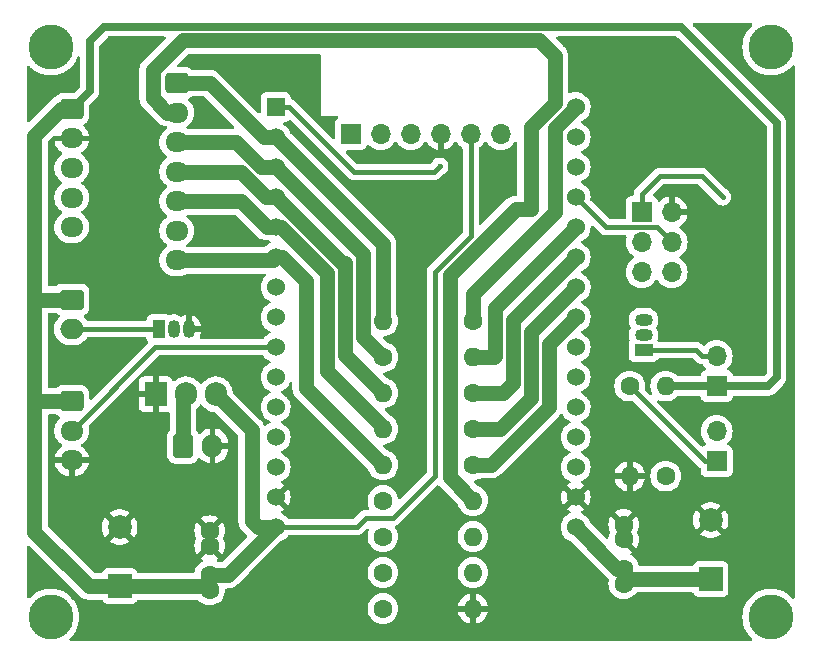
<source format=gtl>
G04 #@! TF.GenerationSoftware,KiCad,Pcbnew,8.0.8*
G04 #@! TF.CreationDate,2025-01-19T23:43:05+01:00*
G04 #@! TF.ProjectId,ESP32ScoringDevice_PCB_THT_Rev1.2,45535033-3253-4636-9f72-696e67446576,1.1*
G04 #@! TF.SameCoordinates,Original*
G04 #@! TF.FileFunction,Copper,L1,Top*
G04 #@! TF.FilePolarity,Positive*
%FSLAX46Y46*%
G04 Gerber Fmt 4.6, Leading zero omitted, Abs format (unit mm)*
G04 Created by KiCad (PCBNEW 8.0.8) date 2025-01-19 23:43:05*
%MOMM*%
%LPD*%
G01*
G04 APERTURE LIST*
G04 Aperture macros list*
%AMRoundRect*
0 Rectangle with rounded corners*
0 $1 Rounding radius*
0 $2 $3 $4 $5 $6 $7 $8 $9 X,Y pos of 4 corners*
0 Add a 4 corners polygon primitive as box body*
4,1,4,$2,$3,$4,$5,$6,$7,$8,$9,$2,$3,0*
0 Add four circle primitives for the rounded corners*
1,1,$1+$1,$2,$3*
1,1,$1+$1,$4,$5*
1,1,$1+$1,$6,$7*
1,1,$1+$1,$8,$9*
0 Add four rect primitives between the rounded corners*
20,1,$1+$1,$2,$3,$4,$5,0*
20,1,$1+$1,$4,$5,$6,$7,0*
20,1,$1+$1,$6,$7,$8,$9,0*
20,1,$1+$1,$8,$9,$2,$3,0*%
G04 Aperture macros list end*
G04 #@! TA.AperFunction,ComponentPad*
%ADD10C,1.600000*%
G04 #@! TD*
G04 #@! TA.AperFunction,ComponentPad*
%ADD11R,1.700000X1.700000*%
G04 #@! TD*
G04 #@! TA.AperFunction,ComponentPad*
%ADD12O,1.700000X1.700000*%
G04 #@! TD*
G04 #@! TA.AperFunction,ComponentPad*
%ADD13RoundRect,0.250000X-0.600000X-0.750000X0.600000X-0.750000X0.600000X0.750000X-0.600000X0.750000X0*%
G04 #@! TD*
G04 #@! TA.AperFunction,ComponentPad*
%ADD14O,1.700000X2.000000*%
G04 #@! TD*
G04 #@! TA.AperFunction,ComponentPad*
%ADD15R,1.524000X1.524000*%
G04 #@! TD*
G04 #@! TA.AperFunction,ComponentPad*
%ADD16C,1.524000*%
G04 #@! TD*
G04 #@! TA.AperFunction,ComponentPad*
%ADD17O,1.600000X1.600000*%
G04 #@! TD*
G04 #@! TA.AperFunction,ComponentPad*
%ADD18R,2.000000X2.000000*%
G04 #@! TD*
G04 #@! TA.AperFunction,ComponentPad*
%ADD19C,2.000000*%
G04 #@! TD*
G04 #@! TA.AperFunction,ComponentPad*
%ADD20R,1.050000X1.500000*%
G04 #@! TD*
G04 #@! TA.AperFunction,ComponentPad*
%ADD21O,1.050000X1.500000*%
G04 #@! TD*
G04 #@! TA.AperFunction,ComponentPad*
%ADD22C,3.800000*%
G04 #@! TD*
G04 #@! TA.AperFunction,ComponentPad*
%ADD23RoundRect,0.250000X-0.725000X0.600000X-0.725000X-0.600000X0.725000X-0.600000X0.725000X0.600000X0*%
G04 #@! TD*
G04 #@! TA.AperFunction,ComponentPad*
%ADD24O,1.950000X1.700000*%
G04 #@! TD*
G04 #@! TA.AperFunction,ComponentPad*
%ADD25R,1.500000X1.050000*%
G04 #@! TD*
G04 #@! TA.AperFunction,ComponentPad*
%ADD26O,1.500000X1.050000*%
G04 #@! TD*
G04 #@! TA.AperFunction,ComponentPad*
%ADD27RoundRect,0.250000X-0.750000X0.600000X-0.750000X-0.600000X0.750000X-0.600000X0.750000X0.600000X0*%
G04 #@! TD*
G04 #@! TA.AperFunction,ComponentPad*
%ADD28O,2.000000X1.700000*%
G04 #@! TD*
G04 #@! TA.AperFunction,ComponentPad*
%ADD29R,1.905000X2.000000*%
G04 #@! TD*
G04 #@! TA.AperFunction,ComponentPad*
%ADD30O,1.905000X2.000000*%
G04 #@! TD*
G04 #@! TA.AperFunction,ViaPad*
%ADD31C,0.450000*%
G04 #@! TD*
G04 #@! TA.AperFunction,Conductor*
%ADD32C,0.381000*%
G04 #@! TD*
G04 #@! TA.AperFunction,Conductor*
%ADD33C,1.270000*%
G04 #@! TD*
G04 #@! TA.AperFunction,Conductor*
%ADD34C,0.635000*%
G04 #@! TD*
G04 APERTURE END LIST*
D10*
X129794000Y-126706000D03*
X129794000Y-125456000D03*
X129794000Y-122956000D03*
X129794000Y-121706000D03*
D11*
X137668000Y-116332000D03*
D12*
X137668000Y-113792000D03*
D11*
X137668000Y-109982000D03*
D12*
X137668000Y-107442000D03*
D13*
X92476000Y-115045000D03*
D14*
X94976000Y-115045000D03*
D15*
X100330000Y-86360000D03*
D16*
X100330000Y-88900000D03*
X100330000Y-91440000D03*
X100330000Y-93980000D03*
X100330000Y-96520000D03*
X100330000Y-99060000D03*
X100330000Y-101600000D03*
X100330000Y-104140000D03*
X100330000Y-106680000D03*
X100330000Y-109220000D03*
X100330000Y-111760000D03*
X100330000Y-114300000D03*
X100330000Y-116840000D03*
X100330000Y-119380000D03*
X100330000Y-121920000D03*
X125730000Y-121920000D03*
X125730000Y-119380000D03*
X125730000Y-116840000D03*
X125730000Y-114300000D03*
X125730000Y-111760000D03*
X125730000Y-109220000D03*
X125730000Y-106680000D03*
X125730000Y-104140000D03*
X125730000Y-101600000D03*
X125730000Y-99060000D03*
X125730000Y-96520000D03*
X125730000Y-93980000D03*
X125730000Y-91440000D03*
X125730000Y-88900000D03*
X125730000Y-86360000D03*
D10*
X109398000Y-107522000D03*
D17*
X117018000Y-107522000D03*
D10*
X94742000Y-127234000D03*
X94742000Y-125984000D03*
X94742000Y-123484000D03*
X94742000Y-122234000D03*
D18*
X87122000Y-126920000D03*
D19*
X87122000Y-121920000D03*
D10*
X117030000Y-113618000D03*
D17*
X109410000Y-113618000D03*
D20*
X90424000Y-105156000D03*
D21*
X91694000Y-105156000D03*
X92964000Y-105156000D03*
D11*
X106680000Y-88646000D03*
D12*
X109220000Y-88646000D03*
X111760000Y-88646000D03*
X114300000Y-88646000D03*
X116840000Y-88646000D03*
X119380000Y-88646000D03*
D22*
X81280000Y-81280000D03*
D23*
X91948000Y-84328000D03*
D24*
X91948000Y-86828000D03*
X91948000Y-89328000D03*
X91948000Y-91828000D03*
X91948000Y-94328000D03*
X91948000Y-96828000D03*
X91948000Y-99328000D03*
D23*
X83058000Y-86520000D03*
D24*
X83058000Y-89020000D03*
X83058000Y-91520000D03*
X83058000Y-94020000D03*
X83058000Y-96520000D03*
D10*
X117030000Y-110570000D03*
D17*
X109410000Y-110570000D03*
D22*
X142240000Y-129540000D03*
D25*
X131474800Y-106934000D03*
D26*
X131474800Y-105664000D03*
X131474800Y-104394000D03*
D10*
X130302000Y-109982000D03*
D17*
X130302000Y-117602000D03*
D23*
X83058000Y-111252000D03*
D24*
X83058000Y-113752000D03*
X83058000Y-116252000D03*
D27*
X83058000Y-102656000D03*
D28*
X83058000Y-105156000D03*
D10*
X117018000Y-104474000D03*
D17*
X109398000Y-104474000D03*
D11*
X131318000Y-95250000D03*
D12*
X133858000Y-95250000D03*
X131318000Y-97790000D03*
X133858000Y-97790000D03*
X131318000Y-100330000D03*
X133858000Y-100330000D03*
D10*
X117030000Y-116666000D03*
D17*
X109410000Y-116666000D03*
D10*
X109410000Y-128820000D03*
D17*
X117030000Y-128820000D03*
D22*
X81280000Y-129540000D03*
D10*
X109410000Y-122724000D03*
D17*
X117030000Y-122724000D03*
D10*
X133350000Y-117602000D03*
D17*
X133350000Y-109982000D03*
D22*
X142240000Y-81280000D03*
D29*
X90170000Y-110673000D03*
D30*
X92710000Y-110673000D03*
X95250000Y-110673000D03*
D10*
X109410000Y-125772000D03*
D17*
X117030000Y-125772000D03*
D18*
X137160000Y-126319700D03*
D19*
X137160000Y-121319700D03*
D10*
X109410000Y-119676000D03*
D17*
X117030000Y-119676000D03*
D31*
X103632000Y-114300000D03*
X103632000Y-119380000D03*
X138176000Y-93980000D03*
X129540000Y-93980000D03*
X86868000Y-108204000D03*
X83312000Y-83312000D03*
X87376000Y-83312000D03*
X114554000Y-96774000D03*
X132080000Y-108712000D03*
X93472000Y-108204000D03*
X110744000Y-101600000D03*
X119380000Y-93726000D03*
X109728000Y-90678000D03*
X109728000Y-93726000D03*
X114554000Y-93726000D03*
X117856000Y-118110000D03*
X93980000Y-86106000D03*
X96774000Y-97536000D03*
X96520000Y-83058000D03*
X86868000Y-100838000D03*
X96774000Y-103632000D03*
X114220400Y-91367600D03*
D32*
X136652000Y-116332000D02*
X137668000Y-116332000D01*
X130302000Y-109982000D02*
X136652000Y-116332000D01*
X90130000Y-106680000D02*
X83058000Y-113752000D01*
X100330000Y-106680000D02*
X90130000Y-106680000D01*
X132589400Y-96521400D02*
X133858000Y-97790000D01*
X128271400Y-96521400D02*
X132589400Y-96521400D01*
X125730000Y-93980000D02*
X128271400Y-96521400D01*
X116840000Y-97282000D02*
X116840000Y-88646000D01*
X113792000Y-117602000D02*
X113792000Y-100330000D01*
X110236000Y-121158000D02*
X113792000Y-117602000D01*
X113792000Y-100330000D02*
X116840000Y-97282000D01*
X107950000Y-121158000D02*
X110236000Y-121158000D01*
X107188000Y-121920000D02*
X107950000Y-121158000D01*
X100330000Y-121920000D02*
X107188000Y-121920000D01*
X136398000Y-92202000D02*
X132842000Y-92202000D01*
X138176000Y-93980000D02*
X136398000Y-92202000D01*
X132842000Y-92202000D02*
X131318000Y-93726000D01*
X131318000Y-93726000D02*
X131318000Y-95250000D01*
D33*
X92476000Y-110907000D02*
X92710000Y-110673000D01*
X92476000Y-115045000D02*
X92476000Y-110907000D01*
D32*
X100330000Y-86360000D02*
X101487400Y-86360000D01*
X113714000Y-91874000D02*
X114220400Y-91367600D01*
X107001400Y-91874000D02*
X113714000Y-91874000D01*
X101487400Y-86360000D02*
X107001400Y-91874000D01*
D33*
X121920000Y-105410000D02*
X125730000Y-101600000D01*
X121920000Y-110998000D02*
X121920000Y-105410000D01*
X119300000Y-113618000D02*
X121920000Y-110998000D01*
X117030000Y-113618000D02*
X119300000Y-113618000D01*
X123444000Y-106426000D02*
X125730000Y-104140000D01*
X123444000Y-111760000D02*
X123444000Y-106426000D01*
X118538000Y-116666000D02*
X123444000Y-111760000D01*
X117030000Y-116666000D02*
X118538000Y-116666000D01*
X120396000Y-104394000D02*
X125730000Y-99060000D01*
X120396000Y-109728000D02*
X120396000Y-104394000D01*
X119554000Y-110570000D02*
X120396000Y-109728000D01*
X117030000Y-110570000D02*
X119554000Y-110570000D01*
X123952000Y-88138000D02*
X125730000Y-86360000D01*
X123952000Y-95250000D02*
X123952000Y-88138000D01*
X117018000Y-102184000D02*
X123952000Y-95250000D01*
X117018000Y-104474000D02*
X117018000Y-102184000D01*
X118872000Y-103378000D02*
X125730000Y-96520000D01*
X118872000Y-107442000D02*
X118872000Y-103378000D01*
X118792000Y-107522000D02*
X118872000Y-107442000D01*
X117018000Y-107522000D02*
X118792000Y-107522000D01*
D32*
X83058000Y-105156000D02*
X90424000Y-105156000D01*
X135914600Y-106934000D02*
X136422600Y-107442000D01*
X131474800Y-106934000D02*
X135914600Y-106934000D01*
X137668000Y-107442000D02*
X136422600Y-107442000D01*
D33*
X109398000Y-97968000D02*
X109398000Y-104474000D01*
X100330000Y-88900000D02*
X109398000Y-97968000D01*
X99314000Y-88900000D02*
X100330000Y-88900000D01*
X94742000Y-84328000D02*
X99314000Y-88900000D01*
X91948000Y-84328000D02*
X94742000Y-84328000D01*
X107696000Y-105820000D02*
X109398000Y-107522000D01*
X107696000Y-98806000D02*
X107696000Y-105820000D01*
X100330000Y-91440000D02*
X107696000Y-98806000D01*
X99060000Y-91440000D02*
X100330000Y-91440000D01*
X96948000Y-89328000D02*
X99060000Y-91440000D01*
X91948000Y-89328000D02*
X96948000Y-89328000D01*
X99516600Y-93980000D02*
X100330000Y-93980000D01*
X97364600Y-91828000D02*
X99516600Y-93980000D01*
X91948000Y-91828000D02*
X97364600Y-91828000D01*
X106172000Y-107332000D02*
X109410000Y-110570000D01*
X106172000Y-99568000D02*
X106172000Y-107332000D01*
X105918000Y-99568000D02*
X106172000Y-99568000D01*
X100330000Y-93980000D02*
X105918000Y-99568000D01*
X100062000Y-99328000D02*
X100330000Y-99060000D01*
X91948000Y-99328000D02*
X100062000Y-99328000D01*
X102870000Y-110126000D02*
X109410000Y-116666000D01*
X102870000Y-101092000D02*
X102870000Y-110126000D01*
X100838000Y-99060000D02*
X102870000Y-101092000D01*
X100330000Y-99060000D02*
X100838000Y-99060000D01*
X91948000Y-86828000D02*
X92162000Y-86614000D01*
X115062000Y-117708000D02*
X117030000Y-119676000D01*
X115062000Y-100584000D02*
X115062000Y-117708000D01*
X120650000Y-94996000D02*
X115062000Y-100584000D01*
X121920000Y-94996000D02*
X120650000Y-94996000D01*
X121920000Y-88020000D02*
X121920000Y-94996000D01*
X123952000Y-85988000D02*
X121920000Y-88020000D01*
X123952000Y-82042000D02*
X123952000Y-85988000D01*
X122631000Y-80721200D02*
X123952000Y-82042000D01*
X92456000Y-80721200D02*
X122631000Y-80721200D01*
X89916000Y-83261200D02*
X92456000Y-80721200D01*
X89916000Y-85598000D02*
X89916000Y-83261200D01*
X91146000Y-86828000D02*
X89916000Y-85598000D01*
X91948000Y-86828000D02*
X91146000Y-86828000D01*
X99568000Y-96520000D02*
X100330000Y-96520000D01*
X97376000Y-94328000D02*
X99568000Y-96520000D01*
X91948000Y-94328000D02*
X97376000Y-94328000D01*
X109410000Y-113474000D02*
X109410000Y-113618000D01*
X104648000Y-108712000D02*
X109410000Y-113474000D01*
X104648000Y-100381000D02*
X104648000Y-108712000D01*
X100787000Y-96520000D02*
X104648000Y-100381000D01*
X100330000Y-96520000D02*
X100787000Y-96520000D01*
X129266000Y-125456000D02*
X125730000Y-121920000D01*
X129794000Y-125456000D02*
X129266000Y-125456000D01*
X137160000Y-126320000D02*
X137159700Y-126320000D01*
X130180000Y-126320000D02*
X129794000Y-126706000D01*
X137159700Y-126320000D02*
X130180000Y-126320000D01*
D32*
X137159700Y-126320000D02*
X137160000Y-126319700D01*
D33*
X83058000Y-111252000D02*
X79883000Y-111252000D01*
X79883000Y-122301000D02*
X79883000Y-111252000D01*
X84502000Y-126920000D02*
X79883000Y-122301000D01*
X87122000Y-126920000D02*
X84502000Y-126920000D01*
X82136000Y-86520000D02*
X83058000Y-86520000D01*
X79883000Y-88773000D02*
X82136000Y-86520000D01*
X79883000Y-102616000D02*
X79883000Y-88773000D01*
D34*
X133350000Y-109982000D02*
X137668000Y-109982000D01*
X84582000Y-84996000D02*
X83058000Y-86520000D01*
X84582000Y-80772000D02*
X84582000Y-84996000D01*
X85788500Y-79565500D02*
X84582000Y-80772000D01*
X134620000Y-79565500D02*
X85788500Y-79565500D01*
X142748000Y-87693500D02*
X134620000Y-79565500D01*
X142748000Y-109220000D02*
X142748000Y-87693500D01*
X141986000Y-109982000D02*
X142748000Y-109220000D01*
X137668000Y-109982000D02*
X141986000Y-109982000D01*
D33*
X98298000Y-113721000D02*
X95250000Y-110673000D01*
X98298000Y-121412000D02*
X98298000Y-113721000D01*
X98806000Y-121920000D02*
X98298000Y-121412000D01*
X100330000Y-121920000D02*
X98806000Y-121920000D01*
X79883000Y-111252000D02*
X79883000Y-102616000D01*
X79923000Y-102656000D02*
X79883000Y-102616000D01*
X83058000Y-102656000D02*
X79923000Y-102656000D01*
X94428000Y-126920000D02*
X94742000Y-127234000D01*
X87122000Y-126920000D02*
X94428000Y-126920000D01*
X96266000Y-125984000D02*
X100330000Y-121920000D01*
X94742000Y-125984000D02*
X96266000Y-125984000D01*
G04 #@! TA.AperFunction,Conductor*
G36*
X140650480Y-79268185D02*
G01*
X140696235Y-79320989D01*
X140706179Y-79390147D01*
X140677154Y-79453703D01*
X140668325Y-79462892D01*
X140486652Y-79633494D01*
X140294111Y-79866236D01*
X140132268Y-80121261D01*
X140132265Y-80121267D01*
X140003661Y-80394563D01*
X140003659Y-80394568D01*
X139910320Y-80681835D01*
X139853719Y-80978546D01*
X139853718Y-80978553D01*
X139834754Y-81279994D01*
X139834754Y-81280005D01*
X139853718Y-81581446D01*
X139853719Y-81581453D01*
X139858512Y-81606580D01*
X139909980Y-81876385D01*
X139910320Y-81878164D01*
X140003659Y-82165431D01*
X140003661Y-82165436D01*
X140132265Y-82438732D01*
X140132268Y-82438738D01*
X140294111Y-82693763D01*
X140294114Y-82693767D01*
X140294115Y-82693768D01*
X140486649Y-82926502D01*
X140486652Y-82926505D01*
X140706836Y-83133272D01*
X140706846Y-83133280D01*
X140951193Y-83310808D01*
X140951198Y-83310810D01*
X140951205Y-83310816D01*
X141215896Y-83456332D01*
X141215901Y-83456334D01*
X141215903Y-83456335D01*
X141215904Y-83456336D01*
X141496734Y-83567524D01*
X141496737Y-83567525D01*
X141594259Y-83592564D01*
X141789302Y-83642642D01*
X141936039Y-83661179D01*
X142088963Y-83680499D01*
X142088969Y-83680499D01*
X142088973Y-83680500D01*
X142088975Y-83680500D01*
X142391025Y-83680500D01*
X142391027Y-83680500D01*
X142391032Y-83680499D01*
X142391036Y-83680499D01*
X142470591Y-83670448D01*
X142690698Y-83642642D01*
X142983262Y-83567525D01*
X142983265Y-83567524D01*
X143264095Y-83456336D01*
X143264096Y-83456335D01*
X143264094Y-83456335D01*
X143264104Y-83456332D01*
X143528795Y-83310816D01*
X143773162Y-83133274D01*
X143993349Y-82926504D01*
X144051956Y-82855659D01*
X144109856Y-82816552D01*
X144179707Y-82814956D01*
X144239333Y-82851377D01*
X144269803Y-82914253D01*
X144271500Y-82934700D01*
X144271500Y-127885299D01*
X144251815Y-127952338D01*
X144199011Y-127998093D01*
X144129853Y-128008037D01*
X144066297Y-127979012D01*
X144051957Y-127964340D01*
X143993352Y-127893499D01*
X143993350Y-127893497D01*
X143773160Y-127686724D01*
X143773153Y-127686719D01*
X143528806Y-127509191D01*
X143528799Y-127509186D01*
X143528795Y-127509184D01*
X143264104Y-127363668D01*
X143264101Y-127363666D01*
X143264096Y-127363664D01*
X143264095Y-127363663D01*
X142983265Y-127252475D01*
X142983262Y-127252474D01*
X142690695Y-127177357D01*
X142391036Y-127139500D01*
X142391027Y-127139500D01*
X142088973Y-127139500D01*
X142088963Y-127139500D01*
X141789304Y-127177357D01*
X141496737Y-127252474D01*
X141496734Y-127252475D01*
X141215904Y-127363663D01*
X141215903Y-127363664D01*
X140951205Y-127509184D01*
X140951193Y-127509191D01*
X140706846Y-127686719D01*
X140706840Y-127686724D01*
X140486652Y-127893494D01*
X140294111Y-128126236D01*
X140132268Y-128381261D01*
X140132265Y-128381267D01*
X140003661Y-128654563D01*
X140003659Y-128654568D01*
X139910320Y-128941835D01*
X139853719Y-129238546D01*
X139853718Y-129238553D01*
X139834754Y-129539994D01*
X139834754Y-129540005D01*
X139853718Y-129841446D01*
X139853719Y-129841453D01*
X139853720Y-129841457D01*
X139902824Y-130098872D01*
X139910320Y-130138164D01*
X140003659Y-130425431D01*
X140003661Y-130425436D01*
X140132265Y-130698732D01*
X140132268Y-130698738D01*
X140294111Y-130953763D01*
X140486652Y-131186505D01*
X140634781Y-131325608D01*
X140670176Y-131385849D01*
X140667382Y-131455663D01*
X140627289Y-131512884D01*
X140562623Y-131539345D01*
X140549897Y-131540000D01*
X82970103Y-131540000D01*
X82903064Y-131520315D01*
X82857309Y-131467511D01*
X82847365Y-131398353D01*
X82876390Y-131334797D01*
X82885219Y-131325608D01*
X82916778Y-131295971D01*
X83033349Y-131186504D01*
X83225885Y-130953768D01*
X83387733Y-130698736D01*
X83516341Y-130425430D01*
X83609681Y-130138160D01*
X83666280Y-129841457D01*
X83667652Y-129819657D01*
X83685246Y-129540005D01*
X83685246Y-129539994D01*
X83666281Y-129238553D01*
X83666280Y-129238546D01*
X83666280Y-129238543D01*
X83609681Y-128941840D01*
X83570092Y-128819998D01*
X108104532Y-128819998D01*
X108104532Y-128820001D01*
X108124364Y-129046686D01*
X108124366Y-129046697D01*
X108183258Y-129266488D01*
X108183261Y-129266497D01*
X108279431Y-129472732D01*
X108279432Y-129472734D01*
X108409954Y-129659141D01*
X108570858Y-129820045D01*
X108570861Y-129820047D01*
X108757266Y-129950568D01*
X108963504Y-130046739D01*
X109183308Y-130105635D01*
X109345230Y-130119801D01*
X109409998Y-130125468D01*
X109410000Y-130125468D01*
X109410002Y-130125468D01*
X109466673Y-130120509D01*
X109636692Y-130105635D01*
X109856496Y-130046739D01*
X110062734Y-129950568D01*
X110249139Y-129820047D01*
X110410047Y-129659139D01*
X110540568Y-129472734D01*
X110636739Y-129266496D01*
X110695635Y-129046692D01*
X110715468Y-128820000D01*
X110695635Y-128593308D01*
X110689389Y-128569999D01*
X115751127Y-128569999D01*
X115751128Y-128570000D01*
X116714314Y-128570000D01*
X116709920Y-128574394D01*
X116657259Y-128665606D01*
X116630000Y-128767339D01*
X116630000Y-128872661D01*
X116657259Y-128974394D01*
X116709920Y-129065606D01*
X116714314Y-129070000D01*
X115751128Y-129070000D01*
X115803730Y-129266317D01*
X115803734Y-129266326D01*
X115899865Y-129472482D01*
X116030342Y-129658820D01*
X116191179Y-129819657D01*
X116377517Y-129950134D01*
X116583673Y-130046265D01*
X116583682Y-130046269D01*
X116779999Y-130098872D01*
X116780000Y-130098871D01*
X116780000Y-129135686D01*
X116784394Y-129140080D01*
X116875606Y-129192741D01*
X116977339Y-129220000D01*
X117082661Y-129220000D01*
X117184394Y-129192741D01*
X117275606Y-129140080D01*
X117280000Y-129135686D01*
X117280000Y-130098872D01*
X117476317Y-130046269D01*
X117476326Y-130046265D01*
X117682482Y-129950134D01*
X117868820Y-129819657D01*
X118029657Y-129658820D01*
X118160134Y-129472482D01*
X118256265Y-129266326D01*
X118256269Y-129266317D01*
X118308872Y-129070000D01*
X117345686Y-129070000D01*
X117350080Y-129065606D01*
X117402741Y-128974394D01*
X117430000Y-128872661D01*
X117430000Y-128767339D01*
X117402741Y-128665606D01*
X117350080Y-128574394D01*
X117345686Y-128570000D01*
X118308872Y-128570000D01*
X118308872Y-128569999D01*
X118256269Y-128373682D01*
X118256265Y-128373673D01*
X118160134Y-128167517D01*
X118029657Y-127981179D01*
X117868820Y-127820342D01*
X117682482Y-127689865D01*
X117476328Y-127593734D01*
X117280000Y-127541127D01*
X117280000Y-128504314D01*
X117275606Y-128499920D01*
X117184394Y-128447259D01*
X117082661Y-128420000D01*
X116977339Y-128420000D01*
X116875606Y-128447259D01*
X116784394Y-128499920D01*
X116780000Y-128504314D01*
X116780000Y-127541127D01*
X116583671Y-127593734D01*
X116377517Y-127689865D01*
X116191179Y-127820342D01*
X116030342Y-127981179D01*
X115899865Y-128167517D01*
X115803734Y-128373673D01*
X115803730Y-128373682D01*
X115751127Y-128569999D01*
X110689389Y-128569999D01*
X110638818Y-128381264D01*
X110636741Y-128373511D01*
X110636738Y-128373502D01*
X110632572Y-128364568D01*
X110540568Y-128167266D01*
X110410047Y-127980861D01*
X110410045Y-127980858D01*
X110249141Y-127819954D01*
X110062734Y-127689432D01*
X110062732Y-127689431D01*
X109856497Y-127593261D01*
X109856488Y-127593258D01*
X109636697Y-127534366D01*
X109636693Y-127534365D01*
X109636692Y-127534365D01*
X109636691Y-127534364D01*
X109636686Y-127534364D01*
X109410002Y-127514532D01*
X109409998Y-127514532D01*
X109183313Y-127534364D01*
X109183302Y-127534366D01*
X108963511Y-127593258D01*
X108963502Y-127593261D01*
X108757267Y-127689431D01*
X108757265Y-127689432D01*
X108570858Y-127819954D01*
X108409954Y-127980858D01*
X108279432Y-128167265D01*
X108279431Y-128167267D01*
X108183261Y-128373502D01*
X108183258Y-128373511D01*
X108124366Y-128593302D01*
X108124364Y-128593313D01*
X108104532Y-128819998D01*
X83570092Y-128819998D01*
X83516341Y-128654570D01*
X83487510Y-128593302D01*
X83425131Y-128460739D01*
X83387733Y-128381264D01*
X83321912Y-128277546D01*
X83225888Y-128126236D01*
X83181964Y-128073141D01*
X83033349Y-127893496D01*
X82894914Y-127763496D01*
X82813160Y-127686724D01*
X82813153Y-127686719D01*
X82568806Y-127509191D01*
X82568799Y-127509186D01*
X82568795Y-127509184D01*
X82304104Y-127363668D01*
X82304101Y-127363666D01*
X82304096Y-127363664D01*
X82304095Y-127363663D01*
X82023265Y-127252475D01*
X82023262Y-127252474D01*
X81730695Y-127177357D01*
X81431036Y-127139500D01*
X81431027Y-127139500D01*
X81128973Y-127139500D01*
X81128963Y-127139500D01*
X80829304Y-127177357D01*
X80536737Y-127252474D01*
X80536734Y-127252475D01*
X80255904Y-127363663D01*
X80255903Y-127363664D01*
X79991205Y-127509184D01*
X79991193Y-127509191D01*
X79746846Y-127686719D01*
X79746840Y-127686724D01*
X79526649Y-127893497D01*
X79526647Y-127893499D01*
X79499543Y-127926263D01*
X79441643Y-127965370D01*
X79371792Y-127966966D01*
X79312166Y-127930544D01*
X79281697Y-127867668D01*
X79280000Y-127847222D01*
X79280000Y-123603201D01*
X79299685Y-123536162D01*
X79352489Y-123490407D01*
X79421647Y-123480463D01*
X79485203Y-123509488D01*
X79491680Y-123515519D01*
X83762271Y-127786111D01*
X83762272Y-127786112D01*
X83762271Y-127786112D01*
X83788043Y-127804835D01*
X83809189Y-127820198D01*
X83809190Y-127820200D01*
X83809191Y-127820200D01*
X83906868Y-127891167D01*
X84066119Y-127972309D01*
X84066121Y-127972310D01*
X84186638Y-128011468D01*
X84236103Y-128027540D01*
X84412634Y-128055500D01*
X85552263Y-128055500D01*
X85619302Y-128075185D01*
X85665057Y-128127989D01*
X85668445Y-128136167D01*
X85678202Y-128162328D01*
X85678206Y-128162335D01*
X85764452Y-128277544D01*
X85764455Y-128277547D01*
X85879664Y-128363793D01*
X85879671Y-128363797D01*
X86014517Y-128414091D01*
X86014516Y-128414091D01*
X86021444Y-128414835D01*
X86074127Y-128420500D01*
X88169872Y-128420499D01*
X88229483Y-128414091D01*
X88364331Y-128363796D01*
X88479546Y-128277546D01*
X88565796Y-128162331D01*
X88567522Y-128157702D01*
X88575555Y-128136167D01*
X88617426Y-128080233D01*
X88682891Y-128055816D01*
X88691737Y-128055500D01*
X93672952Y-128055500D01*
X93739991Y-128075185D01*
X93760628Y-128091814D01*
X93836079Y-128167265D01*
X93902862Y-128234048D01*
X93964986Y-128277547D01*
X94089266Y-128364568D01*
X94295504Y-128460739D01*
X94515308Y-128519635D01*
X94677230Y-128533801D01*
X94741998Y-128539468D01*
X94742000Y-128539468D01*
X94742002Y-128539468D01*
X94798673Y-128534509D01*
X94968692Y-128519635D01*
X95188496Y-128460739D01*
X95394734Y-128364568D01*
X95581139Y-128234047D01*
X95742047Y-128073139D01*
X95872568Y-127886734D01*
X95968739Y-127680496D01*
X96027635Y-127460692D01*
X96045852Y-127252474D01*
X96047583Y-127232692D01*
X96073036Y-127167624D01*
X96129627Y-127126645D01*
X96171111Y-127119500D01*
X96355370Y-127119500D01*
X96433824Y-127107073D01*
X96531897Y-127091541D01*
X96660193Y-127049853D01*
X96701881Y-127036309D01*
X96861132Y-126955167D01*
X97005728Y-126850111D01*
X97132111Y-126723728D01*
X98083840Y-125771998D01*
X108104532Y-125771998D01*
X108104532Y-125772001D01*
X108124364Y-125998686D01*
X108124366Y-125998697D01*
X108183258Y-126218488D01*
X108183261Y-126218497D01*
X108279431Y-126424732D01*
X108279432Y-126424734D01*
X108409954Y-126611141D01*
X108570858Y-126772045D01*
X108570861Y-126772047D01*
X108757266Y-126902568D01*
X108963504Y-126998739D01*
X109183308Y-127057635D01*
X109345230Y-127071801D01*
X109409998Y-127077468D01*
X109410000Y-127077468D01*
X109410002Y-127077468D01*
X109466673Y-127072509D01*
X109636692Y-127057635D01*
X109856496Y-126998739D01*
X110062734Y-126902568D01*
X110249139Y-126772047D01*
X110410047Y-126611139D01*
X110540568Y-126424734D01*
X110636739Y-126218496D01*
X110695635Y-125998692D01*
X110715468Y-125772000D01*
X110715468Y-125771998D01*
X115724532Y-125771998D01*
X115724532Y-125772001D01*
X115744364Y-125998686D01*
X115744366Y-125998697D01*
X115803258Y-126218488D01*
X115803261Y-126218497D01*
X115899431Y-126424732D01*
X115899432Y-126424734D01*
X116029954Y-126611141D01*
X116190858Y-126772045D01*
X116190861Y-126772047D01*
X116377266Y-126902568D01*
X116583504Y-126998739D01*
X116803308Y-127057635D01*
X116965230Y-127071801D01*
X117029998Y-127077468D01*
X117030000Y-127077468D01*
X117030002Y-127077468D01*
X117086673Y-127072509D01*
X117256692Y-127057635D01*
X117476496Y-126998739D01*
X117682734Y-126902568D01*
X117869139Y-126772047D01*
X118030047Y-126611139D01*
X118160568Y-126424734D01*
X118256739Y-126218496D01*
X118315635Y-125998692D01*
X118335468Y-125772000D01*
X118334839Y-125764815D01*
X118315635Y-125545313D01*
X118315635Y-125545308D01*
X118256739Y-125325504D01*
X118160568Y-125119266D01*
X118030047Y-124932861D01*
X118030045Y-124932858D01*
X117869141Y-124771954D01*
X117682734Y-124641432D01*
X117682732Y-124641431D01*
X117476497Y-124545261D01*
X117476488Y-124545258D01*
X117256697Y-124486366D01*
X117256693Y-124486365D01*
X117256692Y-124486365D01*
X117256691Y-124486364D01*
X117256686Y-124486364D01*
X117030002Y-124466532D01*
X117029998Y-124466532D01*
X116803313Y-124486364D01*
X116803302Y-124486366D01*
X116583511Y-124545258D01*
X116583502Y-124545261D01*
X116377267Y-124641431D01*
X116377265Y-124641432D01*
X116190858Y-124771954D01*
X116029954Y-124932858D01*
X115899432Y-125119265D01*
X115899431Y-125119267D01*
X115803261Y-125325502D01*
X115803258Y-125325511D01*
X115744366Y-125545302D01*
X115744364Y-125545313D01*
X115724532Y-125771998D01*
X110715468Y-125771998D01*
X110714839Y-125764815D01*
X110695635Y-125545313D01*
X110695635Y-125545308D01*
X110636739Y-125325504D01*
X110540568Y-125119266D01*
X110410047Y-124932861D01*
X110410045Y-124932858D01*
X110249141Y-124771954D01*
X110062734Y-124641432D01*
X110062732Y-124641431D01*
X109856497Y-124545261D01*
X109856488Y-124545258D01*
X109636697Y-124486366D01*
X109636693Y-124486365D01*
X109636692Y-124486365D01*
X109636691Y-124486364D01*
X109636686Y-124486364D01*
X109410002Y-124466532D01*
X109409998Y-124466532D01*
X109183313Y-124486364D01*
X109183302Y-124486366D01*
X108963511Y-124545258D01*
X108963502Y-124545261D01*
X108757267Y-124641431D01*
X108757265Y-124641432D01*
X108570858Y-124771954D01*
X108409954Y-124932858D01*
X108279432Y-125119265D01*
X108279431Y-125119267D01*
X108183261Y-125325502D01*
X108183258Y-125325511D01*
X108124366Y-125545302D01*
X108124364Y-125545313D01*
X108104532Y-125771998D01*
X98083840Y-125771998D01*
X100714917Y-123140920D01*
X100760192Y-123112079D01*
X100763433Y-123110898D01*
X100763450Y-123110894D01*
X100963662Y-123017534D01*
X101144620Y-122890826D01*
X101300826Y-122734620D01*
X101350362Y-122663876D01*
X101404939Y-122620251D01*
X101451936Y-122611000D01*
X107256060Y-122611000D01*
X107345870Y-122593134D01*
X107389557Y-122584445D01*
X107515311Y-122532356D01*
X107628487Y-122456735D01*
X108014124Y-122071096D01*
X108075447Y-122037612D01*
X108145138Y-122042596D01*
X108201072Y-122084467D01*
X108225489Y-122149932D01*
X108214187Y-122211182D01*
X108183263Y-122277497D01*
X108183258Y-122277511D01*
X108124366Y-122497302D01*
X108124364Y-122497313D01*
X108104532Y-122723998D01*
X108104532Y-122724001D01*
X108124364Y-122950686D01*
X108124366Y-122950697D01*
X108183258Y-123170488D01*
X108183261Y-123170497D01*
X108279431Y-123376732D01*
X108279432Y-123376734D01*
X108409954Y-123563141D01*
X108570858Y-123724045D01*
X108570861Y-123724047D01*
X108757266Y-123854568D01*
X108963504Y-123950739D01*
X109183308Y-124009635D01*
X109345230Y-124023801D01*
X109409998Y-124029468D01*
X109410000Y-124029468D01*
X109410002Y-124029468D01*
X109466673Y-124024509D01*
X109636692Y-124009635D01*
X109856496Y-123950739D01*
X110062734Y-123854568D01*
X110249139Y-123724047D01*
X110410047Y-123563139D01*
X110540568Y-123376734D01*
X110636739Y-123170496D01*
X110695635Y-122950692D01*
X110715468Y-122724000D01*
X110715468Y-122723998D01*
X115724532Y-122723998D01*
X115724532Y-122724001D01*
X115744364Y-122950686D01*
X115744366Y-122950697D01*
X115803258Y-123170488D01*
X115803261Y-123170497D01*
X115899431Y-123376732D01*
X115899432Y-123376734D01*
X116029954Y-123563141D01*
X116190858Y-123724045D01*
X116190861Y-123724047D01*
X116377266Y-123854568D01*
X116583504Y-123950739D01*
X116803308Y-124009635D01*
X116965230Y-124023801D01*
X117029998Y-124029468D01*
X117030000Y-124029468D01*
X117030002Y-124029468D01*
X117086673Y-124024509D01*
X117256692Y-124009635D01*
X117476496Y-123950739D01*
X117682734Y-123854568D01*
X117869139Y-123724047D01*
X118030047Y-123563139D01*
X118160568Y-123376734D01*
X118256739Y-123170496D01*
X118315635Y-122950692D01*
X118335468Y-122724000D01*
X118331793Y-122682000D01*
X118324122Y-122594318D01*
X118315635Y-122497308D01*
X118256739Y-122277504D01*
X118160568Y-122071266D01*
X118030047Y-121884861D01*
X118030045Y-121884858D01*
X117869141Y-121723954D01*
X117682734Y-121593432D01*
X117682732Y-121593431D01*
X117476497Y-121497261D01*
X117476488Y-121497258D01*
X117256697Y-121438366D01*
X117256693Y-121438365D01*
X117256692Y-121438365D01*
X117256691Y-121438364D01*
X117256686Y-121438364D01*
X117030002Y-121418532D01*
X117029998Y-121418532D01*
X116803313Y-121438364D01*
X116803302Y-121438366D01*
X116583511Y-121497258D01*
X116583502Y-121497261D01*
X116377267Y-121593431D01*
X116377265Y-121593432D01*
X116190858Y-121723954D01*
X116029954Y-121884858D01*
X115899432Y-122071265D01*
X115899431Y-122071267D01*
X115803261Y-122277502D01*
X115803258Y-122277511D01*
X115744366Y-122497302D01*
X115744364Y-122497313D01*
X115724532Y-122723998D01*
X110715468Y-122723998D01*
X110711793Y-122682000D01*
X110704122Y-122594318D01*
X110695635Y-122497308D01*
X110636739Y-122277504D01*
X110540568Y-122071266D01*
X110470971Y-121971870D01*
X110448644Y-121905663D01*
X110465655Y-121837896D01*
X110516603Y-121790084D01*
X110525082Y-121786190D01*
X110563311Y-121770356D01*
X110676487Y-121694735D01*
X113978602Y-118392618D01*
X114039923Y-118359135D01*
X114109615Y-118364119D01*
X114165548Y-118405991D01*
X114166597Y-118407413D01*
X114195886Y-118447724D01*
X114195891Y-118447730D01*
X115755097Y-120006937D01*
X115787190Y-120062522D01*
X115803260Y-120122495D01*
X115899431Y-120328732D01*
X115899432Y-120328734D01*
X116029954Y-120515141D01*
X116190858Y-120676045D01*
X116190861Y-120676047D01*
X116377266Y-120806568D01*
X116583504Y-120902739D01*
X116803308Y-120961635D01*
X116965230Y-120975801D01*
X117029998Y-120981468D01*
X117030000Y-120981468D01*
X117030002Y-120981468D01*
X117086673Y-120976509D01*
X117256692Y-120961635D01*
X117476496Y-120902739D01*
X117682734Y-120806568D01*
X117869139Y-120676047D01*
X118030047Y-120515139D01*
X118160568Y-120328734D01*
X118256739Y-120122496D01*
X118315635Y-119902692D01*
X118333041Y-119703736D01*
X118335468Y-119676001D01*
X118335468Y-119675998D01*
X118323610Y-119540462D01*
X118315635Y-119449308D01*
X118270916Y-119282415D01*
X118256741Y-119229511D01*
X118256738Y-119229502D01*
X118224339Y-119160023D01*
X118160568Y-119023266D01*
X118030047Y-118836861D01*
X118030045Y-118836858D01*
X117869141Y-118675954D01*
X117682734Y-118545432D01*
X117682732Y-118545431D01*
X117476495Y-118449260D01*
X117416522Y-118433190D01*
X117360937Y-118401097D01*
X117127280Y-118167440D01*
X117093795Y-118106117D01*
X117098779Y-118036425D01*
X117140651Y-117980492D01*
X117204153Y-117956231D01*
X117256692Y-117951635D01*
X117476496Y-117892739D01*
X117647242Y-117813117D01*
X117699647Y-117801500D01*
X118627370Y-117801500D01*
X118705824Y-117789073D01*
X118803897Y-117773541D01*
X118932193Y-117731853D01*
X118973881Y-117718309D01*
X119133132Y-117637167D01*
X119277728Y-117532111D01*
X119404111Y-117405728D01*
X124310111Y-112499728D01*
X124333576Y-112467431D01*
X124350088Y-112444706D01*
X124412842Y-112358332D01*
X124468172Y-112315666D01*
X124537785Y-112309687D01*
X124599580Y-112342293D01*
X124625540Y-112378811D01*
X124632466Y-112393662D01*
X124632467Y-112393663D01*
X124632468Y-112393666D01*
X124759170Y-112574615D01*
X124759175Y-112574621D01*
X124915378Y-112730824D01*
X124915384Y-112730829D01*
X125096333Y-112857531D01*
X125096335Y-112857532D01*
X125096338Y-112857534D01*
X125127807Y-112872208D01*
X125225189Y-112917618D01*
X125277628Y-112963790D01*
X125296780Y-113030984D01*
X125276564Y-113097865D01*
X125225189Y-113142382D01*
X125096340Y-113202465D01*
X125096338Y-113202466D01*
X124915377Y-113329175D01*
X124759175Y-113485377D01*
X124632466Y-113666338D01*
X124632465Y-113666340D01*
X124539107Y-113866548D01*
X124539104Y-113866554D01*
X124481930Y-114079929D01*
X124481929Y-114079937D01*
X124462677Y-114299997D01*
X124462677Y-114300002D01*
X124481929Y-114520062D01*
X124481930Y-114520070D01*
X124539104Y-114733445D01*
X124539105Y-114733447D01*
X124539106Y-114733450D01*
X124632466Y-114933662D01*
X124632468Y-114933666D01*
X124759170Y-115114615D01*
X124759175Y-115114621D01*
X124915378Y-115270824D01*
X124915384Y-115270829D01*
X125096333Y-115397531D01*
X125096335Y-115397532D01*
X125096338Y-115397534D01*
X125198342Y-115445099D01*
X125225189Y-115457618D01*
X125277628Y-115503790D01*
X125296780Y-115570984D01*
X125276564Y-115637865D01*
X125225189Y-115682382D01*
X125096340Y-115742465D01*
X125096338Y-115742466D01*
X124915377Y-115869175D01*
X124759175Y-116025377D01*
X124632466Y-116206338D01*
X124632465Y-116206340D01*
X124539107Y-116406548D01*
X124539104Y-116406554D01*
X124481930Y-116619929D01*
X124481929Y-116619937D01*
X124462677Y-116839997D01*
X124462677Y-116840002D01*
X124481929Y-117060062D01*
X124481930Y-117060070D01*
X124539104Y-117273445D01*
X124539105Y-117273447D01*
X124539106Y-117273450D01*
X124600788Y-117405728D01*
X124632466Y-117473662D01*
X124632468Y-117473666D01*
X124759170Y-117654615D01*
X124759175Y-117654621D01*
X124915378Y-117810824D01*
X124915384Y-117810829D01*
X125096333Y-117937531D01*
X125096335Y-117937532D01*
X125096338Y-117937534D01*
X125176129Y-117974741D01*
X125225781Y-117997894D01*
X125278220Y-118044066D01*
X125297372Y-118111260D01*
X125277156Y-118178141D01*
X125225781Y-118222658D01*
X125096590Y-118282901D01*
X125031811Y-118328258D01*
X125702554Y-118999000D01*
X125679840Y-118999000D01*
X125582939Y-119024964D01*
X125496060Y-119075124D01*
X125425124Y-119146060D01*
X125374964Y-119232939D01*
X125349000Y-119329840D01*
X125349000Y-119352553D01*
X124678258Y-118681811D01*
X124632901Y-118746590D01*
X124539579Y-118946720D01*
X124539575Y-118946729D01*
X124482426Y-119160013D01*
X124482424Y-119160023D01*
X124463179Y-119379999D01*
X124463179Y-119380000D01*
X124482424Y-119599976D01*
X124482426Y-119599986D01*
X124539575Y-119813270D01*
X124539580Y-119813284D01*
X124632898Y-120013405D01*
X124632901Y-120013411D01*
X124678258Y-120078187D01*
X124678258Y-120078188D01*
X125349000Y-119407446D01*
X125349000Y-119430160D01*
X125374964Y-119527061D01*
X125425124Y-119613940D01*
X125496060Y-119684876D01*
X125582939Y-119735036D01*
X125679840Y-119761000D01*
X125702553Y-119761000D01*
X125031810Y-120431740D01*
X125096589Y-120477098D01*
X125225781Y-120537342D01*
X125278220Y-120583514D01*
X125297372Y-120650708D01*
X125277156Y-120717589D01*
X125225781Y-120762106D01*
X125096340Y-120822465D01*
X125096338Y-120822466D01*
X124915377Y-120949175D01*
X124759175Y-121105377D01*
X124632466Y-121286338D01*
X124632465Y-121286340D01*
X124539107Y-121486548D01*
X124539104Y-121486554D01*
X124481930Y-121699929D01*
X124481929Y-121699937D01*
X124462677Y-121919997D01*
X124462677Y-121920002D01*
X124481929Y-122140062D01*
X124481930Y-122140070D01*
X124539104Y-122353445D01*
X124539105Y-122353447D01*
X124539106Y-122353450D01*
X124597933Y-122479606D01*
X124632466Y-122553662D01*
X124632468Y-122553666D01*
X124759170Y-122734615D01*
X124759175Y-122734621D01*
X124915378Y-122890824D01*
X124915384Y-122890829D01*
X125096333Y-123017531D01*
X125096335Y-123017532D01*
X125096338Y-123017534D01*
X125296550Y-123110894D01*
X125296565Y-123110898D01*
X125299811Y-123112080D01*
X125345083Y-123140922D01*
X128494745Y-126290586D01*
X128528230Y-126351909D01*
X128526839Y-126410359D01*
X128508367Y-126479300D01*
X128508364Y-126479313D01*
X128488532Y-126705999D01*
X128488532Y-126706001D01*
X128508364Y-126932686D01*
X128508366Y-126932697D01*
X128567258Y-127152488D01*
X128567261Y-127152497D01*
X128663431Y-127358732D01*
X128663432Y-127358734D01*
X128793954Y-127545141D01*
X128954858Y-127706045D01*
X128954861Y-127706047D01*
X129141266Y-127836568D01*
X129347504Y-127932739D01*
X129567308Y-127991635D01*
X129729230Y-128005801D01*
X129793998Y-128011468D01*
X129794000Y-128011468D01*
X129794002Y-128011468D01*
X129850673Y-128006509D01*
X130020692Y-127991635D01*
X130240496Y-127932739D01*
X130446734Y-127836568D01*
X130633139Y-127706047D01*
X130794047Y-127545139D01*
X130819788Y-127508377D01*
X130874364Y-127464752D01*
X130921363Y-127455500D01*
X135590375Y-127455500D01*
X135657414Y-127475185D01*
X135703169Y-127527989D01*
X135706557Y-127536167D01*
X135716202Y-127562028D01*
X135716206Y-127562035D01*
X135802452Y-127677244D01*
X135802455Y-127677247D01*
X135917664Y-127763493D01*
X135917671Y-127763497D01*
X136052517Y-127813791D01*
X136052516Y-127813791D01*
X136059444Y-127814535D01*
X136112127Y-127820200D01*
X138207872Y-127820199D01*
X138267483Y-127813791D01*
X138402331Y-127763496D01*
X138517546Y-127677246D01*
X138603796Y-127562031D01*
X138654091Y-127427183D01*
X138660500Y-127367573D01*
X138660499Y-125271828D01*
X138654091Y-125212217D01*
X138643753Y-125184500D01*
X138603797Y-125077371D01*
X138603793Y-125077364D01*
X138517547Y-124962155D01*
X138517544Y-124962152D01*
X138402335Y-124875906D01*
X138402328Y-124875902D01*
X138267482Y-124825608D01*
X138267483Y-124825608D01*
X138207883Y-124819201D01*
X138207881Y-124819200D01*
X138207873Y-124819200D01*
X138207864Y-124819200D01*
X136112129Y-124819200D01*
X136112123Y-124819201D01*
X136052516Y-124825608D01*
X135917671Y-124875902D01*
X135917664Y-124875906D01*
X135802455Y-124962152D01*
X135802452Y-124962155D01*
X135716206Y-125077364D01*
X135716202Y-125077371D01*
X135706333Y-125103833D01*
X135664462Y-125159767D01*
X135598997Y-125184184D01*
X135590151Y-125184500D01*
X131162778Y-125184500D01*
X131095739Y-125164815D01*
X131049984Y-125112011D01*
X131043003Y-125092594D01*
X131020740Y-125009508D01*
X131020738Y-125009502D01*
X131008824Y-124983953D01*
X130924568Y-124803266D01*
X130794047Y-124616861D01*
X130794045Y-124616858D01*
X130633141Y-124455954D01*
X130446734Y-124325432D01*
X130446730Y-124325430D01*
X130431022Y-124318105D01*
X130378583Y-124271931D01*
X130359433Y-124204737D01*
X130379650Y-124137857D01*
X130431028Y-124093340D01*
X130446481Y-124086134D01*
X130519471Y-124035024D01*
X129840447Y-123356000D01*
X129846661Y-123356000D01*
X129948394Y-123328741D01*
X130039606Y-123276080D01*
X130114080Y-123201606D01*
X130166741Y-123110394D01*
X130194000Y-123008661D01*
X130194000Y-123002447D01*
X130873024Y-123681471D01*
X130924136Y-123608478D01*
X131020264Y-123402331D01*
X131020269Y-123402317D01*
X131079139Y-123182610D01*
X131079141Y-123182599D01*
X131098966Y-122956002D01*
X131098966Y-122955997D01*
X131079141Y-122729400D01*
X131079139Y-122729389D01*
X131020269Y-122509682D01*
X131020266Y-122509673D01*
X130961385Y-122383405D01*
X130950893Y-122314328D01*
X130961385Y-122278595D01*
X131020266Y-122152326D01*
X131020269Y-122152317D01*
X131079139Y-121932610D01*
X131079141Y-121932599D01*
X131098966Y-121706000D01*
X131098966Y-121705997D01*
X131079141Y-121479400D01*
X131079139Y-121479389D01*
X131036349Y-121319694D01*
X135654859Y-121319694D01*
X135654859Y-121319705D01*
X135675385Y-121567429D01*
X135675387Y-121567438D01*
X135736412Y-121808417D01*
X135836267Y-122036067D01*
X135936562Y-122189581D01*
X136677037Y-121449108D01*
X136694075Y-121512693D01*
X136759901Y-121626707D01*
X136852993Y-121719799D01*
X136967007Y-121785625D01*
X137030591Y-121802662D01*
X136289943Y-122543309D01*
X136336768Y-122579755D01*
X136336771Y-122579757D01*
X136555385Y-122698064D01*
X136555396Y-122698069D01*
X136790506Y-122778783D01*
X137035707Y-122819700D01*
X137284293Y-122819700D01*
X137529493Y-122778783D01*
X137764603Y-122698069D01*
X137764614Y-122698064D01*
X137983230Y-122579756D01*
X137983236Y-122579751D01*
X138030055Y-122543310D01*
X138030056Y-122543309D01*
X137289408Y-121802662D01*
X137352993Y-121785625D01*
X137467007Y-121719799D01*
X137560099Y-121626707D01*
X137625925Y-121512693D01*
X137642962Y-121449108D01*
X138383435Y-122189582D01*
X138483733Y-122036064D01*
X138583587Y-121808417D01*
X138644612Y-121567438D01*
X138644614Y-121567429D01*
X138665141Y-121319705D01*
X138665141Y-121319694D01*
X138644614Y-121071970D01*
X138644612Y-121071961D01*
X138583587Y-120830982D01*
X138483732Y-120603332D01*
X138383435Y-120449816D01*
X137642962Y-121190290D01*
X137625925Y-121126707D01*
X137560099Y-121012693D01*
X137467007Y-120919601D01*
X137352993Y-120853775D01*
X137289409Y-120836737D01*
X138030055Y-120096089D01*
X138030055Y-120096088D01*
X137983236Y-120059647D01*
X137983231Y-120059644D01*
X137764614Y-119941335D01*
X137764603Y-119941330D01*
X137529493Y-119860616D01*
X137284293Y-119819700D01*
X137035707Y-119819700D01*
X136790506Y-119860616D01*
X136555396Y-119941330D01*
X136555385Y-119941335D01*
X136336770Y-120059643D01*
X136289943Y-120096089D01*
X137030591Y-120836737D01*
X136967007Y-120853775D01*
X136852993Y-120919601D01*
X136759901Y-121012693D01*
X136694075Y-121126707D01*
X136677037Y-121190291D01*
X135936563Y-120449817D01*
X135836267Y-120603333D01*
X135836265Y-120603337D01*
X135736412Y-120830982D01*
X135675387Y-121071961D01*
X135675385Y-121071970D01*
X135654859Y-121319694D01*
X131036349Y-121319694D01*
X131020269Y-121259682D01*
X131020264Y-121259668D01*
X130924136Y-121053521D01*
X130924132Y-121053513D01*
X130873025Y-120980526D01*
X130194000Y-121659551D01*
X130194000Y-121653339D01*
X130166741Y-121551606D01*
X130114080Y-121460394D01*
X130039606Y-121385920D01*
X129948394Y-121333259D01*
X129846661Y-121306000D01*
X129840445Y-121306000D01*
X130519472Y-120626974D01*
X130446478Y-120575863D01*
X130240331Y-120479735D01*
X130240317Y-120479730D01*
X130020610Y-120420860D01*
X130020599Y-120420858D01*
X129794002Y-120401034D01*
X129793998Y-120401034D01*
X129567400Y-120420858D01*
X129567389Y-120420860D01*
X129347682Y-120479730D01*
X129347673Y-120479734D01*
X129141516Y-120575866D01*
X129141512Y-120575868D01*
X129068526Y-120626973D01*
X129068526Y-120626974D01*
X129747553Y-121306000D01*
X129741339Y-121306000D01*
X129639606Y-121333259D01*
X129548394Y-121385920D01*
X129473920Y-121460394D01*
X129421259Y-121551606D01*
X129394000Y-121653339D01*
X129394000Y-121659552D01*
X128714974Y-120980526D01*
X128714973Y-120980526D01*
X128663868Y-121053512D01*
X128663866Y-121053516D01*
X128567734Y-121259673D01*
X128567730Y-121259682D01*
X128508860Y-121479389D01*
X128508858Y-121479400D01*
X128489034Y-121705997D01*
X128489034Y-121706000D01*
X128508858Y-121932599D01*
X128508860Y-121932610D01*
X128567730Y-122152317D01*
X128567735Y-122152331D01*
X128626613Y-122278596D01*
X128637105Y-122347673D01*
X128626613Y-122383404D01*
X128567735Y-122509668D01*
X128567730Y-122509682D01*
X128508860Y-122729389D01*
X128508858Y-122729398D01*
X128502781Y-122798861D01*
X128477328Y-122863929D01*
X128420737Y-122904907D01*
X128350975Y-122908784D01*
X128291573Y-122875733D01*
X126950921Y-121535082D01*
X126922080Y-121489811D01*
X126920898Y-121486565D01*
X126920894Y-121486550D01*
X126827534Y-121286339D01*
X126761954Y-121192681D01*
X126700827Y-121105381D01*
X126645562Y-121050116D01*
X126544620Y-120949174D01*
X126544616Y-120949171D01*
X126544615Y-120949170D01*
X126363666Y-120822468D01*
X126363662Y-120822466D01*
X126234218Y-120762105D01*
X126181779Y-120715932D01*
X126162627Y-120648739D01*
X126182843Y-120581858D01*
X126234219Y-120537340D01*
X126363416Y-120477095D01*
X126363417Y-120477094D01*
X126428188Y-120431741D01*
X125757448Y-119761000D01*
X125780160Y-119761000D01*
X125877061Y-119735036D01*
X125963940Y-119684876D01*
X126034876Y-119613940D01*
X126085036Y-119527061D01*
X126111000Y-119430160D01*
X126111000Y-119407447D01*
X126781741Y-120078188D01*
X126827094Y-120013417D01*
X126827100Y-120013407D01*
X126920419Y-119813284D01*
X126920424Y-119813270D01*
X126977573Y-119599986D01*
X126977575Y-119599976D01*
X126996821Y-119380000D01*
X126996821Y-119379999D01*
X126977575Y-119160023D01*
X126977573Y-119160013D01*
X126920424Y-118946729D01*
X126920420Y-118946720D01*
X126827096Y-118746586D01*
X126781741Y-118681811D01*
X126781740Y-118681810D01*
X126111000Y-119352551D01*
X126111000Y-119329840D01*
X126085036Y-119232939D01*
X126034876Y-119146060D01*
X125963940Y-119075124D01*
X125877061Y-119024964D01*
X125780160Y-118999000D01*
X125757447Y-118999000D01*
X126428188Y-118328258D01*
X126363411Y-118282901D01*
X126363405Y-118282898D01*
X126234219Y-118222658D01*
X126181779Y-118176486D01*
X126162627Y-118109293D01*
X126182843Y-118042411D01*
X126234219Y-117997894D01*
X126363662Y-117937534D01*
X126544620Y-117810826D01*
X126700826Y-117654620D01*
X126827534Y-117473662D01*
X126884266Y-117351999D01*
X129023127Y-117351999D01*
X129023128Y-117352000D01*
X129986314Y-117352000D01*
X129981920Y-117356394D01*
X129929259Y-117447606D01*
X129902000Y-117549339D01*
X129902000Y-117654661D01*
X129929259Y-117756394D01*
X129981920Y-117847606D01*
X129986314Y-117852000D01*
X129023128Y-117852000D01*
X129075730Y-118048317D01*
X129075734Y-118048326D01*
X129171865Y-118254482D01*
X129302342Y-118440820D01*
X129463179Y-118601657D01*
X129649517Y-118732134D01*
X129855673Y-118828265D01*
X129855682Y-118828269D01*
X130051999Y-118880872D01*
X130052000Y-118880871D01*
X130052000Y-117917686D01*
X130056394Y-117922080D01*
X130147606Y-117974741D01*
X130249339Y-118002000D01*
X130354661Y-118002000D01*
X130456394Y-117974741D01*
X130547606Y-117922080D01*
X130552000Y-117917686D01*
X130552000Y-118880872D01*
X130748317Y-118828269D01*
X130748326Y-118828265D01*
X130954482Y-118732134D01*
X131140820Y-118601657D01*
X131301657Y-118440820D01*
X131432134Y-118254482D01*
X131528265Y-118048326D01*
X131528269Y-118048317D01*
X131580872Y-117852000D01*
X130617686Y-117852000D01*
X130622080Y-117847606D01*
X130674741Y-117756394D01*
X130702000Y-117654661D01*
X130702000Y-117601998D01*
X132044532Y-117601998D01*
X132044532Y-117602001D01*
X132064364Y-117828686D01*
X132064366Y-117828697D01*
X132123258Y-118048488D01*
X132123261Y-118048497D01*
X132219431Y-118254732D01*
X132219432Y-118254734D01*
X132349954Y-118441141D01*
X132510858Y-118602045D01*
X132510861Y-118602047D01*
X132697266Y-118732568D01*
X132903504Y-118828739D01*
X132903509Y-118828740D01*
X132903511Y-118828741D01*
X132933816Y-118836861D01*
X133123308Y-118887635D01*
X133285230Y-118901801D01*
X133349998Y-118907468D01*
X133350000Y-118907468D01*
X133350002Y-118907468D01*
X133406673Y-118902509D01*
X133576692Y-118887635D01*
X133796496Y-118828739D01*
X134002734Y-118732568D01*
X134189139Y-118602047D01*
X134350047Y-118441139D01*
X134480568Y-118254734D01*
X134576739Y-118048496D01*
X134635635Y-117828692D01*
X134655468Y-117602000D01*
X134635635Y-117375308D01*
X134576739Y-117155504D01*
X134480568Y-116949266D01*
X134350047Y-116762861D01*
X134350045Y-116762858D01*
X134189141Y-116601954D01*
X134002734Y-116471432D01*
X134002732Y-116471431D01*
X133796497Y-116375261D01*
X133796488Y-116375258D01*
X133576697Y-116316366D01*
X133576693Y-116316365D01*
X133576692Y-116316365D01*
X133576691Y-116316364D01*
X133576686Y-116316364D01*
X133350002Y-116296532D01*
X133349998Y-116296532D01*
X133123313Y-116316364D01*
X133123302Y-116316366D01*
X132903511Y-116375258D01*
X132903502Y-116375261D01*
X132697267Y-116471431D01*
X132697265Y-116471432D01*
X132510858Y-116601954D01*
X132349954Y-116762858D01*
X132219432Y-116949265D01*
X132219431Y-116949267D01*
X132123261Y-117155502D01*
X132123258Y-117155511D01*
X132064366Y-117375302D01*
X132064364Y-117375313D01*
X132044532Y-117601998D01*
X130702000Y-117601998D01*
X130702000Y-117549339D01*
X130674741Y-117447606D01*
X130622080Y-117356394D01*
X130617686Y-117352000D01*
X131580872Y-117352000D01*
X131580872Y-117351999D01*
X131528269Y-117155682D01*
X131528265Y-117155673D01*
X131432134Y-116949517D01*
X131301657Y-116763179D01*
X131140820Y-116602342D01*
X130954482Y-116471865D01*
X130748328Y-116375734D01*
X130552000Y-116323127D01*
X130552000Y-117286314D01*
X130547606Y-117281920D01*
X130456394Y-117229259D01*
X130354661Y-117202000D01*
X130249339Y-117202000D01*
X130147606Y-117229259D01*
X130056394Y-117281920D01*
X130052000Y-117286314D01*
X130052000Y-116323127D01*
X129855671Y-116375734D01*
X129649517Y-116471865D01*
X129463179Y-116602342D01*
X129302342Y-116763179D01*
X129171865Y-116949517D01*
X129075734Y-117155673D01*
X129075730Y-117155682D01*
X129023127Y-117351999D01*
X126884266Y-117351999D01*
X126920894Y-117273450D01*
X126978070Y-117060068D01*
X126997323Y-116840000D01*
X126978070Y-116619932D01*
X126920894Y-116406550D01*
X126827534Y-116206339D01*
X126758986Y-116108441D01*
X126700827Y-116025381D01*
X126623242Y-115947796D01*
X126544620Y-115869174D01*
X126544616Y-115869171D01*
X126544615Y-115869170D01*
X126363666Y-115742468D01*
X126363658Y-115742464D01*
X126234811Y-115682382D01*
X126182371Y-115636210D01*
X126163219Y-115569017D01*
X126183435Y-115502135D01*
X126234811Y-115457618D01*
X126261658Y-115445099D01*
X126363662Y-115397534D01*
X126544620Y-115270826D01*
X126700826Y-115114620D01*
X126827534Y-114933662D01*
X126920894Y-114733450D01*
X126978070Y-114520068D01*
X126997323Y-114300000D01*
X126994762Y-114270732D01*
X126978070Y-114079937D01*
X126978070Y-114079932D01*
X126920894Y-113866550D01*
X126827534Y-113666339D01*
X126700826Y-113485380D01*
X126544620Y-113329174D01*
X126544616Y-113329171D01*
X126544615Y-113329170D01*
X126363666Y-113202468D01*
X126363658Y-113202464D01*
X126234811Y-113142382D01*
X126182371Y-113096210D01*
X126163219Y-113029017D01*
X126183435Y-112962135D01*
X126234811Y-112917618D01*
X126240802Y-112914824D01*
X126363662Y-112857534D01*
X126544620Y-112730826D01*
X126700826Y-112574620D01*
X126827534Y-112393662D01*
X126920894Y-112193450D01*
X126978070Y-111980068D01*
X126997323Y-111760000D01*
X126993897Y-111720844D01*
X126989193Y-111667068D01*
X126978070Y-111539932D01*
X126920894Y-111326550D01*
X126827534Y-111126339D01*
X126726501Y-110982048D01*
X126700827Y-110945381D01*
X126627935Y-110872489D01*
X126544620Y-110789174D01*
X126544616Y-110789171D01*
X126544615Y-110789170D01*
X126363666Y-110662468D01*
X126363658Y-110662464D01*
X126234811Y-110602382D01*
X126182371Y-110556210D01*
X126163219Y-110489017D01*
X126183435Y-110422135D01*
X126234811Y-110377618D01*
X126240802Y-110374824D01*
X126363662Y-110317534D01*
X126544620Y-110190826D01*
X126700826Y-110034620D01*
X126827534Y-109853662D01*
X126920894Y-109653450D01*
X126978070Y-109440068D01*
X126997323Y-109220000D01*
X126996297Y-109208278D01*
X126982735Y-109053253D01*
X126978070Y-108999932D01*
X126920894Y-108786550D01*
X126827534Y-108586339D01*
X126700826Y-108405380D01*
X126544620Y-108249174D01*
X126544616Y-108249171D01*
X126544615Y-108249170D01*
X126363666Y-108122468D01*
X126363658Y-108122464D01*
X126234811Y-108062382D01*
X126182371Y-108016210D01*
X126163219Y-107949017D01*
X126183435Y-107882135D01*
X126234811Y-107837618D01*
X126240802Y-107834824D01*
X126363662Y-107777534D01*
X126544620Y-107650826D01*
X126700826Y-107494620D01*
X126827534Y-107313662D01*
X126920894Y-107113450D01*
X126978070Y-106900068D01*
X126997323Y-106680000D01*
X126978070Y-106459932D01*
X126920894Y-106246550D01*
X126827534Y-106046339D01*
X126762788Y-105953872D01*
X126700827Y-105865381D01*
X126626995Y-105791549D01*
X126544620Y-105709174D01*
X126544616Y-105709171D01*
X126544615Y-105709170D01*
X126363666Y-105582468D01*
X126363658Y-105582464D01*
X126234811Y-105522382D01*
X126182371Y-105476210D01*
X126163219Y-105409017D01*
X126183435Y-105342135D01*
X126234811Y-105297618D01*
X126268304Y-105282000D01*
X126363662Y-105237534D01*
X126544620Y-105110826D01*
X126700826Y-104954620D01*
X126827534Y-104773662D01*
X126920894Y-104573450D01*
X126978070Y-104360068D01*
X126997323Y-104140000D01*
X126997095Y-104137398D01*
X126983832Y-103985794D01*
X126978070Y-103919932D01*
X126920894Y-103706550D01*
X126827534Y-103506339D01*
X126700826Y-103325380D01*
X126544620Y-103169174D01*
X126544616Y-103169171D01*
X126544615Y-103169170D01*
X126363666Y-103042468D01*
X126363662Y-103042466D01*
X126234810Y-102982381D01*
X126182371Y-102936208D01*
X126163219Y-102869015D01*
X126183435Y-102802134D01*
X126234806Y-102757620D01*
X126363662Y-102697534D01*
X126544620Y-102570826D01*
X126700826Y-102414620D01*
X126827534Y-102233662D01*
X126920894Y-102033450D01*
X126978070Y-101820068D01*
X126992509Y-101655017D01*
X126997323Y-101600002D01*
X126997323Y-101599997D01*
X126987190Y-101484181D01*
X126978070Y-101379932D01*
X126920894Y-101166550D01*
X126827534Y-100966339D01*
X126712486Y-100802032D01*
X126700827Y-100785381D01*
X126700823Y-100785377D01*
X126544620Y-100629174D01*
X126544616Y-100629171D01*
X126544615Y-100629170D01*
X126363666Y-100502468D01*
X126363658Y-100502464D01*
X126234811Y-100442382D01*
X126182371Y-100396210D01*
X126163219Y-100329017D01*
X126183435Y-100262135D01*
X126234811Y-100217618D01*
X126255896Y-100207786D01*
X126363662Y-100157534D01*
X126544620Y-100030826D01*
X126700826Y-99874620D01*
X126827534Y-99693662D01*
X126920894Y-99493450D01*
X126978070Y-99280068D01*
X126997323Y-99060000D01*
X126978070Y-98839932D01*
X126920894Y-98626550D01*
X126827534Y-98426339D01*
X126737598Y-98297896D01*
X126700827Y-98245381D01*
X126628261Y-98172815D01*
X126544620Y-98089174D01*
X126544616Y-98089171D01*
X126544615Y-98089170D01*
X126363666Y-97962468D01*
X126363662Y-97962466D01*
X126234810Y-97902381D01*
X126182371Y-97856208D01*
X126163219Y-97789015D01*
X126183435Y-97722134D01*
X126234806Y-97677620D01*
X126363662Y-97617534D01*
X126544620Y-97490826D01*
X126700826Y-97334620D01*
X126827534Y-97153662D01*
X126920894Y-96953450D01*
X126978070Y-96740068D01*
X126997323Y-96520000D01*
X126997795Y-96514607D01*
X126999997Y-96514799D01*
X127017008Y-96456868D01*
X127069812Y-96411113D01*
X127138970Y-96401169D01*
X127202526Y-96430194D01*
X127209004Y-96436226D01*
X127830907Y-97058130D01*
X127830910Y-97058133D01*
X127916215Y-97115132D01*
X127916216Y-97115132D01*
X127930248Y-97124508D01*
X127944090Y-97133757D01*
X128069838Y-97185843D01*
X128069843Y-97185845D01*
X128069847Y-97185845D01*
X128069848Y-97185846D01*
X128203339Y-97212400D01*
X128203342Y-97212400D01*
X129913026Y-97212400D01*
X129980065Y-97232085D01*
X130025820Y-97284889D01*
X130035764Y-97354047D01*
X130032801Y-97368493D01*
X129982938Y-97554586D01*
X129982936Y-97554596D01*
X129962341Y-97789999D01*
X129962341Y-97790000D01*
X129982936Y-98025403D01*
X129982938Y-98025413D01*
X130044094Y-98253655D01*
X130044096Y-98253659D01*
X130044097Y-98253663D01*
X130124004Y-98425023D01*
X130143965Y-98467830D01*
X130143967Y-98467834D01*
X130250641Y-98620179D01*
X130279501Y-98661396D01*
X130279506Y-98661402D01*
X130446597Y-98828493D01*
X130446603Y-98828498D01*
X130632158Y-98958425D01*
X130675783Y-99013002D01*
X130682977Y-99082500D01*
X130651454Y-99144855D01*
X130632158Y-99161575D01*
X130446597Y-99291505D01*
X130279505Y-99458597D01*
X130143965Y-99652169D01*
X130143964Y-99652171D01*
X130044098Y-99866335D01*
X130044094Y-99866344D01*
X129982938Y-100094586D01*
X129982936Y-100094596D01*
X129962341Y-100329999D01*
X129962341Y-100330000D01*
X129982936Y-100565403D01*
X129982938Y-100565413D01*
X130044094Y-100793655D01*
X130044096Y-100793659D01*
X130044097Y-100793663D01*
X130048000Y-100802032D01*
X130143965Y-101007830D01*
X130143967Y-101007834D01*
X130252281Y-101162521D01*
X130279505Y-101201401D01*
X130446599Y-101368495D01*
X130503588Y-101408399D01*
X130640165Y-101504032D01*
X130640167Y-101504033D01*
X130640170Y-101504035D01*
X130854337Y-101603903D01*
X131082592Y-101665063D01*
X131270918Y-101681539D01*
X131317999Y-101685659D01*
X131318000Y-101685659D01*
X131318001Y-101685659D01*
X131357234Y-101682226D01*
X131553408Y-101665063D01*
X131781663Y-101603903D01*
X131995830Y-101504035D01*
X132189401Y-101368495D01*
X132356495Y-101201401D01*
X132486425Y-101015842D01*
X132541002Y-100972217D01*
X132610500Y-100965023D01*
X132672855Y-100996546D01*
X132689575Y-101015842D01*
X132819500Y-101201395D01*
X132819505Y-101201401D01*
X132986599Y-101368495D01*
X133043588Y-101408399D01*
X133180165Y-101504032D01*
X133180167Y-101504033D01*
X133180170Y-101504035D01*
X133394337Y-101603903D01*
X133622592Y-101665063D01*
X133810918Y-101681539D01*
X133857999Y-101685659D01*
X133858000Y-101685659D01*
X133858001Y-101685659D01*
X133897234Y-101682226D01*
X134093408Y-101665063D01*
X134321663Y-101603903D01*
X134535830Y-101504035D01*
X134729401Y-101368495D01*
X134896495Y-101201401D01*
X135032035Y-101007830D01*
X135131903Y-100793663D01*
X135193063Y-100565408D01*
X135213659Y-100330000D01*
X135193063Y-100094592D01*
X135134123Y-99874621D01*
X135131905Y-99866344D01*
X135131904Y-99866343D01*
X135131903Y-99866337D01*
X135032035Y-99652171D01*
X135026425Y-99644158D01*
X134896494Y-99458597D01*
X134729402Y-99291506D01*
X134729396Y-99291501D01*
X134543842Y-99161575D01*
X134500217Y-99106998D01*
X134493023Y-99037500D01*
X134524546Y-98975145D01*
X134543842Y-98958425D01*
X134713067Y-98839932D01*
X134729401Y-98828495D01*
X134896495Y-98661401D01*
X135032035Y-98467830D01*
X135131903Y-98253663D01*
X135193063Y-98025408D01*
X135213659Y-97790000D01*
X135193063Y-97554592D01*
X135134123Y-97334621D01*
X135131905Y-97326344D01*
X135131904Y-97326343D01*
X135131903Y-97326337D01*
X135032035Y-97112171D01*
X135024836Y-97101889D01*
X134896494Y-96918597D01*
X134729402Y-96751506D01*
X134729401Y-96751505D01*
X134543405Y-96621269D01*
X134499781Y-96566692D01*
X134492588Y-96497193D01*
X134524110Y-96434839D01*
X134543405Y-96418119D01*
X134729082Y-96288105D01*
X134896105Y-96121082D01*
X135031600Y-95927578D01*
X135131429Y-95713492D01*
X135131432Y-95713486D01*
X135188636Y-95500000D01*
X134291012Y-95500000D01*
X134323925Y-95442993D01*
X134358000Y-95315826D01*
X134358000Y-95184174D01*
X134323925Y-95057007D01*
X134291012Y-95000000D01*
X135188636Y-95000000D01*
X135188635Y-94999999D01*
X135131432Y-94786513D01*
X135131429Y-94786507D01*
X135031600Y-94572422D01*
X135031599Y-94572420D01*
X134896113Y-94378926D01*
X134896108Y-94378920D01*
X134729082Y-94211894D01*
X134535578Y-94076399D01*
X134321492Y-93976570D01*
X134321486Y-93976567D01*
X134108000Y-93919364D01*
X134108000Y-94816988D01*
X134050993Y-94784075D01*
X133923826Y-94750000D01*
X133792174Y-94750000D01*
X133665007Y-94784075D01*
X133608000Y-94816988D01*
X133608000Y-93919364D01*
X133607999Y-93919364D01*
X133394513Y-93976567D01*
X133394507Y-93976570D01*
X133180422Y-94076399D01*
X133180420Y-94076400D01*
X132986926Y-94211886D01*
X132864865Y-94333947D01*
X132803542Y-94367431D01*
X132733850Y-94362447D01*
X132677917Y-94320575D01*
X132661002Y-94289598D01*
X132611797Y-94157671D01*
X132611793Y-94157664D01*
X132525547Y-94042455D01*
X132525544Y-94042452D01*
X132410335Y-93956206D01*
X132410328Y-93956202D01*
X132339606Y-93929825D01*
X132283672Y-93887954D01*
X132259255Y-93822490D01*
X132274106Y-93754217D01*
X132295254Y-93725966D01*
X133091903Y-92929319D01*
X133153226Y-92895834D01*
X133179584Y-92893000D01*
X136060416Y-92893000D01*
X136127455Y-92912685D01*
X136148097Y-92929319D01*
X137512822Y-94294043D01*
X137530135Y-94315752D01*
X137605192Y-94435204D01*
X137720796Y-94550808D01*
X137859225Y-94637789D01*
X138013539Y-94691786D01*
X138013542Y-94691786D01*
X138013544Y-94691787D01*
X138175996Y-94710091D01*
X138176000Y-94710091D01*
X138176004Y-94710091D01*
X138338455Y-94691787D01*
X138338456Y-94691786D01*
X138338461Y-94691786D01*
X138492775Y-94637789D01*
X138631204Y-94550808D01*
X138746808Y-94435204D01*
X138833789Y-94296775D01*
X138887786Y-94142461D01*
X138889203Y-94129887D01*
X138906091Y-93980003D01*
X138906091Y-93979996D01*
X138887787Y-93817544D01*
X138887786Y-93817542D01*
X138887786Y-93817539D01*
X138833789Y-93663225D01*
X138746808Y-93524796D01*
X138631204Y-93409192D01*
X138511752Y-93334135D01*
X138490043Y-93316822D01*
X136838492Y-91665269D01*
X136838485Y-91665263D01*
X136725312Y-91589644D01*
X136725309Y-91589642D01*
X136599561Y-91537556D01*
X136599551Y-91537553D01*
X136466060Y-91511000D01*
X136466058Y-91511000D01*
X132773942Y-91511000D01*
X132773938Y-91511000D01*
X132659438Y-91533776D01*
X132659437Y-91533776D01*
X132647998Y-91536051D01*
X132640440Y-91537555D01*
X132640439Y-91537555D01*
X132514694Y-91589640D01*
X132514681Y-91589647D01*
X132401513Y-91665264D01*
X132401509Y-91665267D01*
X130781269Y-93285507D01*
X130781263Y-93285514D01*
X130714879Y-93384866D01*
X130714880Y-93384867D01*
X130705641Y-93398693D01*
X130653556Y-93524438D01*
X130653553Y-93524448D01*
X130627000Y-93657939D01*
X130627000Y-93775500D01*
X130607315Y-93842539D01*
X130554511Y-93888294D01*
X130503001Y-93899500D01*
X130420130Y-93899500D01*
X130420123Y-93899501D01*
X130360516Y-93905908D01*
X130225671Y-93956202D01*
X130225664Y-93956206D01*
X130110455Y-94042452D01*
X130110452Y-94042455D01*
X130024206Y-94157664D01*
X130024202Y-94157671D01*
X129973908Y-94292517D01*
X129967501Y-94352116D01*
X129967500Y-94352127D01*
X129967500Y-95077534D01*
X129967501Y-95706400D01*
X129947816Y-95773439D01*
X129895013Y-95819194D01*
X129843501Y-95830400D01*
X128608984Y-95830400D01*
X128541945Y-95810715D01*
X128521303Y-95794081D01*
X127014871Y-94287649D01*
X126981386Y-94226326D01*
X126979024Y-94189161D01*
X126997323Y-93980001D01*
X126997323Y-93979997D01*
X126978070Y-93759937D01*
X126978070Y-93759932D01*
X126920894Y-93546550D01*
X126827534Y-93346339D01*
X126700826Y-93165380D01*
X126544620Y-93009174D01*
X126544616Y-93009171D01*
X126544615Y-93009170D01*
X126363666Y-92882468D01*
X126363658Y-92882464D01*
X126234811Y-92822382D01*
X126182371Y-92776210D01*
X126163219Y-92709017D01*
X126183435Y-92642135D01*
X126234811Y-92597618D01*
X126282243Y-92575500D01*
X126363662Y-92537534D01*
X126544620Y-92410826D01*
X126700826Y-92254620D01*
X126827534Y-92073662D01*
X126920894Y-91873450D01*
X126978070Y-91660068D01*
X126997323Y-91440000D01*
X126978070Y-91219932D01*
X126920894Y-91006550D01*
X126827534Y-90806339D01*
X126700826Y-90625380D01*
X126544620Y-90469174D01*
X126544616Y-90469171D01*
X126544615Y-90469170D01*
X126363666Y-90342468D01*
X126363658Y-90342464D01*
X126234811Y-90282382D01*
X126182371Y-90236210D01*
X126163219Y-90169017D01*
X126183435Y-90102135D01*
X126234811Y-90057618D01*
X126251746Y-90049721D01*
X126363662Y-89997534D01*
X126544620Y-89870826D01*
X126700826Y-89714620D01*
X126827534Y-89533662D01*
X126920894Y-89333450D01*
X126978070Y-89120068D01*
X126997323Y-88900000D01*
X126995696Y-88881408D01*
X126980860Y-88711826D01*
X126978070Y-88679932D01*
X126920894Y-88466550D01*
X126827534Y-88266339D01*
X126700826Y-88085380D01*
X126544620Y-87929174D01*
X126544616Y-87929171D01*
X126544615Y-87929170D01*
X126363666Y-87802468D01*
X126363662Y-87802466D01*
X126234810Y-87742381D01*
X126182371Y-87696208D01*
X126163219Y-87629015D01*
X126183435Y-87562134D01*
X126234806Y-87517620D01*
X126363662Y-87457534D01*
X126544620Y-87330826D01*
X126700826Y-87174620D01*
X126827534Y-86993662D01*
X126920894Y-86793450D01*
X126978070Y-86580068D01*
X126997323Y-86360000D01*
X126995374Y-86337728D01*
X126987935Y-86252689D01*
X126978070Y-86139932D01*
X126920894Y-85926550D01*
X126827534Y-85726339D01*
X126750399Y-85616178D01*
X126700827Y-85545381D01*
X126623137Y-85467691D01*
X126544620Y-85389174D01*
X126544616Y-85389171D01*
X126544615Y-85389170D01*
X126363666Y-85262468D01*
X126363662Y-85262466D01*
X126316457Y-85240454D01*
X126163450Y-85169106D01*
X126163447Y-85169105D01*
X126163445Y-85169104D01*
X125950070Y-85111930D01*
X125950062Y-85111929D01*
X125730002Y-85092677D01*
X125729998Y-85092677D01*
X125509937Y-85111929D01*
X125509929Y-85111930D01*
X125296554Y-85169104D01*
X125296547Y-85169107D01*
X125263903Y-85184329D01*
X125194825Y-85194820D01*
X125131042Y-85166299D01*
X125092803Y-85107822D01*
X125087500Y-85071946D01*
X125087500Y-82136255D01*
X125087506Y-82136078D01*
X125087505Y-82131289D01*
X125087507Y-82131281D01*
X125087500Y-82041914D01*
X125087500Y-81952634D01*
X125087498Y-81952625D01*
X125087494Y-81952566D01*
X125087492Y-81952541D01*
X125072305Y-81856700D01*
X125072305Y-81856699D01*
X125072304Y-81856698D01*
X125059597Y-81776464D01*
X125059535Y-81776053D01*
X125059416Y-81775698D01*
X125030198Y-81685797D01*
X125030198Y-81685796D01*
X125030196Y-81685789D01*
X125019078Y-81651575D01*
X125004421Y-81606464D01*
X125004305Y-81606099D01*
X125004300Y-81606086D01*
X125004245Y-81605979D01*
X124965188Y-81529339D01*
X124965185Y-81529332D01*
X124923472Y-81447467D01*
X124923164Y-81446849D01*
X124923155Y-81446835D01*
X124922877Y-81446458D01*
X124870623Y-81374549D01*
X124870621Y-81374543D01*
X124870621Y-81374544D01*
X124836674Y-81327822D01*
X124818111Y-81302272D01*
X124818109Y-81302270D01*
X124818060Y-81302211D01*
X124751964Y-81236125D01*
X124751964Y-81236124D01*
X124751957Y-81236118D01*
X124688483Y-81172644D01*
X124688353Y-81172524D01*
X124678015Y-81162188D01*
X124110929Y-80595187D01*
X124077441Y-80533867D01*
X124082420Y-80464175D01*
X124124287Y-80408238D01*
X124189750Y-80383817D01*
X124198605Y-80383500D01*
X134229811Y-80383500D01*
X134296850Y-80403185D01*
X134317492Y-80419819D01*
X141893681Y-87996007D01*
X141927166Y-88057330D01*
X141930000Y-88083688D01*
X141930000Y-108829811D01*
X141910315Y-108896850D01*
X141893681Y-108917492D01*
X141683492Y-109127681D01*
X141622169Y-109161166D01*
X141595811Y-109164000D01*
X139138470Y-109164000D01*
X139071431Y-109144315D01*
X139025676Y-109091511D01*
X139015180Y-109053253D01*
X139012091Y-109024516D01*
X138961797Y-108889671D01*
X138961793Y-108889664D01*
X138875547Y-108774455D01*
X138875544Y-108774452D01*
X138760335Y-108688206D01*
X138760328Y-108688202D01*
X138628917Y-108639189D01*
X138572983Y-108597318D01*
X138548566Y-108531853D01*
X138563418Y-108463580D01*
X138584563Y-108435332D01*
X138706495Y-108313401D01*
X138842035Y-108119830D01*
X138941903Y-107905663D01*
X139003063Y-107677408D01*
X139023659Y-107442000D01*
X139003063Y-107206592D01*
X138941903Y-106978337D01*
X138842035Y-106764171D01*
X138785102Y-106682861D01*
X138706494Y-106570597D01*
X138539402Y-106403506D01*
X138539395Y-106403501D01*
X138530486Y-106397263D01*
X138490658Y-106369375D01*
X138345834Y-106267967D01*
X138345830Y-106267965D01*
X138319914Y-106255880D01*
X138131663Y-106168097D01*
X138131659Y-106168096D01*
X138131655Y-106168094D01*
X137903413Y-106106938D01*
X137903403Y-106106936D01*
X137668001Y-106086341D01*
X137667999Y-106086341D01*
X137432596Y-106106936D01*
X137432586Y-106106938D01*
X137204344Y-106168094D01*
X137204335Y-106168098D01*
X136990171Y-106267964D01*
X136990169Y-106267965D01*
X136796600Y-106403503D01*
X136666643Y-106533460D01*
X136605320Y-106566944D01*
X136535628Y-106561960D01*
X136491282Y-106533460D01*
X136355087Y-106397265D01*
X136355086Y-106397264D01*
X136355085Y-106397263D01*
X136241912Y-106321644D01*
X136241909Y-106321642D01*
X136116161Y-106269556D01*
X136116149Y-106269553D01*
X136047409Y-106255880D01*
X135982660Y-106243000D01*
X135982658Y-106243000D01*
X132783160Y-106243000D01*
X132716121Y-106223315D01*
X132673478Y-106174102D01*
X132672844Y-106174449D01*
X132671252Y-106171533D01*
X132670366Y-106170511D01*
X132669334Y-106168021D01*
X132668596Y-106166670D01*
X132668596Y-106166669D01*
X132667767Y-106165562D01*
X132667284Y-106164266D01*
X132664344Y-106158881D01*
X132665118Y-106158458D01*
X132643351Y-106100099D01*
X132652475Y-106043798D01*
X132685889Y-105963132D01*
X132685889Y-105963131D01*
X132685891Y-105963127D01*
X132725300Y-105765003D01*
X132725300Y-105562997D01*
X132685891Y-105364873D01*
X132608586Y-105178244D01*
X132554894Y-105097889D01*
X132534017Y-105031214D01*
X132552501Y-104963834D01*
X132554878Y-104960134D01*
X132608586Y-104879756D01*
X132685891Y-104693127D01*
X132725300Y-104495003D01*
X132725300Y-104292997D01*
X132685891Y-104094873D01*
X132608586Y-103908244D01*
X132608584Y-103908241D01*
X132608582Y-103908237D01*
X132496358Y-103740281D01*
X132353518Y-103597441D01*
X132185562Y-103485217D01*
X132185552Y-103485212D01*
X131998927Y-103407909D01*
X131998919Y-103407907D01*
X131800807Y-103368500D01*
X131800803Y-103368500D01*
X131148797Y-103368500D01*
X131148792Y-103368500D01*
X130950680Y-103407907D01*
X130950672Y-103407909D01*
X130764047Y-103485212D01*
X130764037Y-103485217D01*
X130596081Y-103597441D01*
X130453241Y-103740281D01*
X130341017Y-103908237D01*
X130341012Y-103908247D01*
X130263709Y-104094872D01*
X130263707Y-104094880D01*
X130224300Y-104292992D01*
X130224300Y-104495007D01*
X130263707Y-104693119D01*
X130263709Y-104693127D01*
X130341013Y-104879755D01*
X130394704Y-104960109D01*
X130415582Y-105026787D01*
X130397097Y-105094167D01*
X130394704Y-105097891D01*
X130341013Y-105178244D01*
X130263709Y-105364872D01*
X130263707Y-105364880D01*
X130224300Y-105562992D01*
X130224300Y-105765007D01*
X130263707Y-105963119D01*
X130263709Y-105963127D01*
X130297125Y-106043800D01*
X130304594Y-106113270D01*
X130284838Y-106158660D01*
X130285254Y-106158887D01*
X130282719Y-106163528D01*
X130281837Y-106165556D01*
X130281006Y-106166665D01*
X130281002Y-106166672D01*
X130230708Y-106301517D01*
X130224301Y-106361116D01*
X130224300Y-106361135D01*
X130224300Y-107506870D01*
X130224301Y-107506876D01*
X130230708Y-107566483D01*
X130281002Y-107701328D01*
X130281006Y-107701335D01*
X130367252Y-107816544D01*
X130367255Y-107816547D01*
X130482464Y-107902793D01*
X130482471Y-107902797D01*
X130617317Y-107953091D01*
X130617316Y-107953091D01*
X130624244Y-107953835D01*
X130676927Y-107959500D01*
X132272672Y-107959499D01*
X132332283Y-107953091D01*
X132467131Y-107902796D01*
X132582346Y-107816546D01*
X132668596Y-107701331D01*
X132668596Y-107701328D01*
X132672844Y-107693551D01*
X132675119Y-107694793D01*
X132708845Y-107649737D01*
X132774308Y-107625316D01*
X132783160Y-107625000D01*
X135577016Y-107625000D01*
X135644055Y-107644685D01*
X135664697Y-107661319D01*
X135982109Y-107978732D01*
X135982113Y-107978735D01*
X136095281Y-108054352D01*
X136095285Y-108054354D01*
X136095288Y-108054356D01*
X136221042Y-108106445D01*
X136240039Y-108110223D01*
X136288335Y-108119830D01*
X136354541Y-108133000D01*
X136354542Y-108133000D01*
X136438637Y-108133000D01*
X136505676Y-108152685D01*
X136540212Y-108185877D01*
X136629501Y-108313396D01*
X136629506Y-108313402D01*
X136751430Y-108435326D01*
X136784915Y-108496649D01*
X136779931Y-108566341D01*
X136738059Y-108622274D01*
X136707083Y-108639189D01*
X136575669Y-108688203D01*
X136575664Y-108688206D01*
X136460455Y-108774452D01*
X136460452Y-108774455D01*
X136374206Y-108889664D01*
X136374202Y-108889671D01*
X136323908Y-109024517D01*
X136320819Y-109053255D01*
X136294081Y-109117806D01*
X136236689Y-109157655D01*
X136197530Y-109164000D01*
X134422548Y-109164000D01*
X134355509Y-109144315D01*
X134334871Y-109127685D01*
X134189139Y-108981953D01*
X134189138Y-108981952D01*
X134189137Y-108981951D01*
X134002734Y-108851432D01*
X134002732Y-108851431D01*
X133796497Y-108755261D01*
X133796488Y-108755258D01*
X133576697Y-108696366D01*
X133576693Y-108696365D01*
X133576692Y-108696365D01*
X133576691Y-108696364D01*
X133576686Y-108696364D01*
X133350002Y-108676532D01*
X133349998Y-108676532D01*
X133123313Y-108696364D01*
X133123302Y-108696366D01*
X132903511Y-108755258D01*
X132903502Y-108755261D01*
X132697267Y-108851431D01*
X132697265Y-108851432D01*
X132510858Y-108981954D01*
X132349954Y-109142858D01*
X132219432Y-109329265D01*
X132219431Y-109329267D01*
X132123261Y-109535502D01*
X132123258Y-109535511D01*
X132064366Y-109755302D01*
X132064364Y-109755313D01*
X132044532Y-109981998D01*
X132044532Y-109982001D01*
X132064364Y-110208686D01*
X132064366Y-110208697D01*
X132123258Y-110428488D01*
X132123260Y-110428492D01*
X132123261Y-110428496D01*
X132161802Y-110511146D01*
X132173409Y-110536038D01*
X132183901Y-110605116D01*
X132155381Y-110668900D01*
X132096905Y-110707139D01*
X132027037Y-110707694D01*
X131973346Y-110676124D01*
X131620988Y-110323766D01*
X131587503Y-110262443D01*
X131588669Y-110214377D01*
X131586694Y-110214029D01*
X131587631Y-110208704D01*
X131587635Y-110208692D01*
X131607468Y-109982000D01*
X131587635Y-109755308D01*
X131528739Y-109535504D01*
X131432568Y-109329266D01*
X131302047Y-109142861D01*
X131302045Y-109142858D01*
X131141141Y-108981954D01*
X130954734Y-108851432D01*
X130954732Y-108851431D01*
X130748497Y-108755261D01*
X130748488Y-108755258D01*
X130528697Y-108696366D01*
X130528693Y-108696365D01*
X130528692Y-108696365D01*
X130528691Y-108696364D01*
X130528686Y-108696364D01*
X130302002Y-108676532D01*
X130301998Y-108676532D01*
X130075313Y-108696364D01*
X130075302Y-108696366D01*
X129855511Y-108755258D01*
X129855502Y-108755261D01*
X129649267Y-108851431D01*
X129649265Y-108851432D01*
X129462858Y-108981954D01*
X129301954Y-109142858D01*
X129171432Y-109329265D01*
X129171431Y-109329267D01*
X129075261Y-109535502D01*
X129075258Y-109535511D01*
X129016366Y-109755302D01*
X129016364Y-109755313D01*
X128996532Y-109981998D01*
X128996532Y-109982001D01*
X129016364Y-110208686D01*
X129016366Y-110208697D01*
X129075258Y-110428488D01*
X129075261Y-110428497D01*
X129171431Y-110634732D01*
X129171432Y-110634734D01*
X129301954Y-110821141D01*
X129462858Y-110982045D01*
X129462861Y-110982047D01*
X129649266Y-111112568D01*
X129855504Y-111208739D01*
X130075308Y-111267635D01*
X130237230Y-111281801D01*
X130301998Y-111287468D01*
X130302000Y-111287468D01*
X130302002Y-111287468D01*
X130333421Y-111284719D01*
X130528692Y-111267635D01*
X130528704Y-111267631D01*
X130534029Y-111266694D01*
X130534464Y-111269166D01*
X130593732Y-111270522D01*
X130643766Y-111300988D01*
X136211509Y-116868732D01*
X136211510Y-116868733D01*
X136211513Y-116868735D01*
X136262391Y-116902730D01*
X136307195Y-116956341D01*
X136317500Y-117005831D01*
X136317500Y-117229869D01*
X136317501Y-117229876D01*
X136323908Y-117289483D01*
X136374202Y-117424328D01*
X136374206Y-117424335D01*
X136460452Y-117539544D01*
X136460455Y-117539547D01*
X136575664Y-117625793D01*
X136575671Y-117625797D01*
X136710517Y-117676091D01*
X136710516Y-117676091D01*
X136717444Y-117676835D01*
X136770127Y-117682500D01*
X138565872Y-117682499D01*
X138625483Y-117676091D01*
X138760331Y-117625796D01*
X138875546Y-117539546D01*
X138961796Y-117424331D01*
X139012091Y-117289483D01*
X139018500Y-117229873D01*
X139018499Y-115434128D01*
X139012091Y-115374517D01*
X139003695Y-115352007D01*
X138961797Y-115239671D01*
X138961793Y-115239664D01*
X138875547Y-115124455D01*
X138875544Y-115124452D01*
X138760335Y-115038206D01*
X138760328Y-115038202D01*
X138628917Y-114989189D01*
X138572983Y-114947318D01*
X138548566Y-114881853D01*
X138563418Y-114813580D01*
X138584563Y-114785332D01*
X138706495Y-114663401D01*
X138842035Y-114469830D01*
X138941903Y-114255663D01*
X139003063Y-114027408D01*
X139023659Y-113792000D01*
X139003063Y-113556592D01*
X138941903Y-113328337D01*
X138842035Y-113114171D01*
X138838489Y-113109106D01*
X138706494Y-112920597D01*
X138539402Y-112753506D01*
X138539395Y-112753501D01*
X138345834Y-112617967D01*
X138345830Y-112617965D01*
X138290146Y-112591999D01*
X138131663Y-112518097D01*
X138131659Y-112518096D01*
X138131655Y-112518094D01*
X137903413Y-112456938D01*
X137903403Y-112456936D01*
X137668001Y-112436341D01*
X137667999Y-112436341D01*
X137432596Y-112456936D01*
X137432586Y-112456938D01*
X137204344Y-112518094D01*
X137204335Y-112518098D01*
X136990171Y-112617964D01*
X136990169Y-112617965D01*
X136796597Y-112753505D01*
X136629505Y-112920597D01*
X136493965Y-113114169D01*
X136493964Y-113114171D01*
X136400401Y-113314816D01*
X136395240Y-113325887D01*
X136394098Y-113328335D01*
X136394094Y-113328344D01*
X136332938Y-113556586D01*
X136332936Y-113556596D01*
X136312341Y-113791999D01*
X136312341Y-113792000D01*
X136332936Y-114027403D01*
X136332938Y-114027413D01*
X136394094Y-114255655D01*
X136394096Y-114255659D01*
X136394097Y-114255663D01*
X136414772Y-114300000D01*
X136493965Y-114469830D01*
X136493967Y-114469834D01*
X136570315Y-114578869D01*
X136629501Y-114663396D01*
X136629506Y-114663402D01*
X136751430Y-114785326D01*
X136784915Y-114846649D01*
X136779931Y-114916341D01*
X136738059Y-114972274D01*
X136707083Y-114989189D01*
X136575669Y-115038203D01*
X136575664Y-115038206D01*
X136524291Y-115076664D01*
X136458827Y-115101081D01*
X136390554Y-115086229D01*
X136362300Y-115065078D01*
X132655875Y-111358653D01*
X132622390Y-111297330D01*
X132627374Y-111227638D01*
X132669246Y-111171705D01*
X132734710Y-111147288D01*
X132795959Y-111158589D01*
X132903504Y-111208739D01*
X133123308Y-111267635D01*
X133285230Y-111281801D01*
X133349998Y-111287468D01*
X133350000Y-111287468D01*
X133350002Y-111287468D01*
X133406673Y-111282509D01*
X133576692Y-111267635D01*
X133796496Y-111208739D01*
X134002734Y-111112568D01*
X134189139Y-110982047D01*
X134334868Y-110836317D01*
X134396189Y-110802834D01*
X134422548Y-110800000D01*
X136197530Y-110800000D01*
X136264569Y-110819685D01*
X136310324Y-110872489D01*
X136320820Y-110910747D01*
X136323908Y-110939483D01*
X136374202Y-111074328D01*
X136374206Y-111074335D01*
X136460452Y-111189544D01*
X136460455Y-111189547D01*
X136575664Y-111275793D01*
X136575671Y-111275797D01*
X136710517Y-111326091D01*
X136710516Y-111326091D01*
X136714786Y-111326550D01*
X136770127Y-111332500D01*
X138565872Y-111332499D01*
X138625483Y-111326091D01*
X138760331Y-111275796D01*
X138875546Y-111189546D01*
X138961796Y-111074331D01*
X139012091Y-110939483D01*
X139013863Y-110923000D01*
X139015181Y-110910745D01*
X139041919Y-110846194D01*
X139099311Y-110806345D01*
X139138470Y-110800000D01*
X142066567Y-110800000D01*
X142066568Y-110799999D01*
X142224602Y-110768565D01*
X142299035Y-110737733D01*
X142373468Y-110706903D01*
X142507445Y-110617382D01*
X143269442Y-109855383D01*
X143269445Y-109855382D01*
X143383382Y-109741445D01*
X143401120Y-109714897D01*
X143435884Y-109662871D01*
X143435884Y-109662870D01*
X143472903Y-109607468D01*
X143534565Y-109458602D01*
X143557317Y-109344218D01*
X143566000Y-109300566D01*
X143566000Y-87612934D01*
X143534565Y-87454898D01*
X143492659Y-87353728D01*
X143472903Y-87306032D01*
X143407148Y-87207624D01*
X143383382Y-87172055D01*
X143383380Y-87172052D01*
X143265126Y-87053798D01*
X143265103Y-87053777D01*
X135671508Y-79460181D01*
X135638023Y-79398858D01*
X135643007Y-79329166D01*
X135684879Y-79273233D01*
X135750343Y-79248816D01*
X135759189Y-79248500D01*
X140583441Y-79248500D01*
X140650480Y-79268185D01*
G37*
G04 #@! TD.AperFunction*
G04 #@! TA.AperFunction,Conductor*
G36*
X99275103Y-107390685D02*
G01*
X99309638Y-107423876D01*
X99359174Y-107494620D01*
X99515378Y-107650824D01*
X99515384Y-107650829D01*
X99696333Y-107777531D01*
X99696335Y-107777532D01*
X99696338Y-107777534D01*
X99779996Y-107816544D01*
X99825189Y-107837618D01*
X99877628Y-107883790D01*
X99896780Y-107950984D01*
X99876564Y-108017865D01*
X99825189Y-108062382D01*
X99696340Y-108122465D01*
X99696338Y-108122466D01*
X99515377Y-108249175D01*
X99359175Y-108405377D01*
X99232466Y-108586338D01*
X99232465Y-108586340D01*
X99139107Y-108786548D01*
X99139104Y-108786554D01*
X99081930Y-108999929D01*
X99081929Y-108999937D01*
X99062677Y-109219997D01*
X99062677Y-109220002D01*
X99081929Y-109440062D01*
X99081930Y-109440070D01*
X99139104Y-109653445D01*
X99139105Y-109653447D01*
X99139106Y-109653450D01*
X99190394Y-109763438D01*
X99232466Y-109853662D01*
X99232468Y-109853666D01*
X99359170Y-110034615D01*
X99359175Y-110034621D01*
X99515378Y-110190824D01*
X99515384Y-110190829D01*
X99696333Y-110317531D01*
X99696335Y-110317532D01*
X99696338Y-110317534D01*
X99815748Y-110373215D01*
X99825189Y-110377618D01*
X99877628Y-110423790D01*
X99896780Y-110490984D01*
X99876564Y-110557865D01*
X99825189Y-110602382D01*
X99696340Y-110662465D01*
X99696338Y-110662466D01*
X99515377Y-110789175D01*
X99359175Y-110945377D01*
X99232466Y-111126338D01*
X99232465Y-111126340D01*
X99139107Y-111326548D01*
X99139104Y-111326554D01*
X99081930Y-111539929D01*
X99081929Y-111539937D01*
X99062677Y-111759997D01*
X99062677Y-111760002D01*
X99081929Y-111980062D01*
X99081930Y-111980070D01*
X99139104Y-112193445D01*
X99139105Y-112193447D01*
X99139106Y-112193450D01*
X99224518Y-112376617D01*
X99232466Y-112393662D01*
X99232468Y-112393666D01*
X99359170Y-112574615D01*
X99359175Y-112574621D01*
X99515378Y-112730824D01*
X99515384Y-112730829D01*
X99696333Y-112857531D01*
X99696335Y-112857532D01*
X99696338Y-112857534D01*
X99727807Y-112872208D01*
X99825189Y-112917618D01*
X99877628Y-112963790D01*
X99896780Y-113030984D01*
X99876564Y-113097865D01*
X99825189Y-113142382D01*
X99696340Y-113202465D01*
X99696338Y-113202466D01*
X99527108Y-113320961D01*
X99460901Y-113343289D01*
X99393134Y-113326277D01*
X99345500Y-113275681D01*
X99292423Y-113171511D01*
X99269167Y-113125868D01*
X99164111Y-112981272D01*
X99037728Y-112854889D01*
X96733185Y-110550346D01*
X96699700Y-110489023D01*
X96698397Y-110482085D01*
X96667222Y-110285255D01*
X96667221Y-110285251D01*
X96667221Y-110285250D01*
X96596549Y-110067744D01*
X96579672Y-110034621D01*
X96492717Y-109863962D01*
X96358286Y-109678934D01*
X96196566Y-109517214D01*
X96011538Y-109382783D01*
X95906503Y-109329265D01*
X95807755Y-109278950D01*
X95590248Y-109208278D01*
X95407925Y-109179401D01*
X95364354Y-109172500D01*
X95135646Y-109172500D01*
X95092063Y-109179403D01*
X94909753Y-109208278D01*
X94909750Y-109208278D01*
X94692244Y-109278950D01*
X94488461Y-109382783D01*
X94393894Y-109451491D01*
X94303434Y-109517214D01*
X94303432Y-109517216D01*
X94303431Y-109517216D01*
X94141715Y-109678932D01*
X94080318Y-109763438D01*
X94024987Y-109806103D01*
X93955374Y-109812082D01*
X93893579Y-109779476D01*
X93879682Y-109763438D01*
X93863703Y-109741445D01*
X93818286Y-109678934D01*
X93656566Y-109517214D01*
X93471538Y-109382783D01*
X93366503Y-109329265D01*
X93267755Y-109278950D01*
X93050248Y-109208278D01*
X92867925Y-109179401D01*
X92824354Y-109172500D01*
X92595646Y-109172500D01*
X92552063Y-109179403D01*
X92369753Y-109208278D01*
X92369750Y-109208278D01*
X92152244Y-109278950D01*
X91948458Y-109382785D01*
X91765339Y-109515829D01*
X91699533Y-109539309D01*
X91631479Y-109523484D01*
X91582784Y-109473378D01*
X91576272Y-109458845D01*
X91565853Y-109430911D01*
X91565850Y-109430906D01*
X91479690Y-109315812D01*
X91479687Y-109315809D01*
X91364593Y-109229649D01*
X91364586Y-109229645D01*
X91229879Y-109179403D01*
X91229872Y-109179401D01*
X91170344Y-109173000D01*
X90420000Y-109173000D01*
X90420000Y-110182252D01*
X90382292Y-110160482D01*
X90242409Y-110123000D01*
X90097591Y-110123000D01*
X89957708Y-110160482D01*
X89920000Y-110182252D01*
X89920000Y-109173000D01*
X89169655Y-109173000D01*
X89110127Y-109179401D01*
X89110120Y-109179403D01*
X88975413Y-109229645D01*
X88975406Y-109229649D01*
X88860312Y-109315809D01*
X88860309Y-109315812D01*
X88774149Y-109430906D01*
X88774145Y-109430913D01*
X88723903Y-109565620D01*
X88723901Y-109565627D01*
X88717500Y-109625155D01*
X88717500Y-110423000D01*
X89679252Y-110423000D01*
X89657482Y-110460708D01*
X89620000Y-110600591D01*
X89620000Y-110745409D01*
X89657482Y-110885292D01*
X89679252Y-110923000D01*
X88717500Y-110923000D01*
X88717500Y-111720844D01*
X88723901Y-111780372D01*
X88723903Y-111780379D01*
X88774145Y-111915086D01*
X88774149Y-111915093D01*
X88860309Y-112030187D01*
X88860312Y-112030190D01*
X88975406Y-112116350D01*
X88975413Y-112116354D01*
X89110120Y-112166596D01*
X89110127Y-112166598D01*
X89169655Y-112172999D01*
X89169672Y-112173000D01*
X89920000Y-112173000D01*
X89920000Y-111163747D01*
X89957708Y-111185518D01*
X90097591Y-111223000D01*
X90242409Y-111223000D01*
X90382292Y-111185518D01*
X90420000Y-111163747D01*
X90420000Y-112173000D01*
X91170328Y-112173000D01*
X91170337Y-112172999D01*
X91203241Y-112169461D01*
X91272001Y-112181864D01*
X91323140Y-112229473D01*
X91340500Y-112292750D01*
X91340500Y-113717770D01*
X91320815Y-113784809D01*
X91304181Y-113805451D01*
X91283289Y-113826342D01*
X91191187Y-113975663D01*
X91191185Y-113975668D01*
X91186180Y-113990772D01*
X91136001Y-114142203D01*
X91136001Y-114142204D01*
X91136000Y-114142204D01*
X91125500Y-114244983D01*
X91125500Y-115845001D01*
X91125501Y-115845018D01*
X91136000Y-115947796D01*
X91136001Y-115947799D01*
X91170031Y-116050493D01*
X91191186Y-116114334D01*
X91283288Y-116263656D01*
X91407344Y-116387712D01*
X91556666Y-116479814D01*
X91723203Y-116534999D01*
X91825991Y-116545500D01*
X93126008Y-116545499D01*
X93228797Y-116534999D01*
X93395334Y-116479814D01*
X93544656Y-116387712D01*
X93668712Y-116263656D01*
X93760814Y-116114334D01*
X93760814Y-116114331D01*
X93764448Y-116108441D01*
X93816395Y-116061716D01*
X93885358Y-116050493D01*
X93949440Y-116078336D01*
X93957668Y-116085856D01*
X94096535Y-116224723D01*
X94096540Y-116224727D01*
X94268442Y-116349620D01*
X94457782Y-116446095D01*
X94659871Y-116511757D01*
X94726000Y-116522231D01*
X94726000Y-115478012D01*
X94783007Y-115510925D01*
X94910174Y-115545000D01*
X95041826Y-115545000D01*
X95168993Y-115510925D01*
X95226000Y-115478012D01*
X95226000Y-116522230D01*
X95292126Y-116511757D01*
X95292129Y-116511757D01*
X95494217Y-116446095D01*
X95683557Y-116349620D01*
X95855459Y-116224727D01*
X95855464Y-116224723D01*
X96005723Y-116074464D01*
X96005727Y-116074459D01*
X96130620Y-115902557D01*
X96227095Y-115713217D01*
X96292757Y-115511130D01*
X96292757Y-115511127D01*
X96326000Y-115301246D01*
X96326000Y-115295000D01*
X95409012Y-115295000D01*
X95441925Y-115237993D01*
X95476000Y-115110826D01*
X95476000Y-114979174D01*
X95441925Y-114852007D01*
X95409012Y-114795000D01*
X96326000Y-114795000D01*
X96326000Y-114788753D01*
X96292757Y-114578872D01*
X96292757Y-114578869D01*
X96227095Y-114376782D01*
X96130620Y-114187442D01*
X96005727Y-114015540D01*
X96005723Y-114015535D01*
X95855464Y-113865276D01*
X95855459Y-113865272D01*
X95683557Y-113740379D01*
X95494215Y-113643903D01*
X95292124Y-113578241D01*
X95226000Y-113567768D01*
X95226000Y-114611988D01*
X95168993Y-114579075D01*
X95041826Y-114545000D01*
X94910174Y-114545000D01*
X94783007Y-114579075D01*
X94726000Y-114611988D01*
X94726000Y-113567768D01*
X94725999Y-113567768D01*
X94659875Y-113578241D01*
X94457784Y-113643903D01*
X94268442Y-113740379D01*
X94096541Y-113865271D01*
X93957668Y-114004144D01*
X93896345Y-114037628D01*
X93826653Y-114032644D01*
X93770720Y-113990772D01*
X93764448Y-113981558D01*
X93668712Y-113826344D01*
X93647819Y-113805451D01*
X93614334Y-113744128D01*
X93611500Y-113717770D01*
X93611500Y-111924440D01*
X93631185Y-111857401D01*
X93653138Y-111832248D01*
X93653121Y-111832231D01*
X93653373Y-111831978D01*
X93654972Y-111830147D01*
X93656555Y-111828793D01*
X93656566Y-111828786D01*
X93818286Y-111667066D01*
X93879683Y-111582559D01*
X93935012Y-111539896D01*
X94004625Y-111533917D01*
X94066420Y-111566523D01*
X94080314Y-111582556D01*
X94141714Y-111667066D01*
X94303434Y-111828786D01*
X94488462Y-111963217D01*
X94619904Y-112030190D01*
X94692244Y-112067049D01*
X94909751Y-112137721D01*
X94909752Y-112137721D01*
X94909755Y-112137722D01*
X95106565Y-112168893D01*
X95169697Y-112198822D01*
X95174846Y-112203685D01*
X97126181Y-114155020D01*
X97159666Y-114216343D01*
X97162500Y-114242701D01*
X97162500Y-121501370D01*
X97190458Y-121677893D01*
X97190459Y-121677897D01*
X97204074Y-121719799D01*
X97232146Y-121806194D01*
X97245688Y-121847875D01*
X97245691Y-121847881D01*
X97315977Y-121985826D01*
X97326835Y-122007135D01*
X97430600Y-122149955D01*
X97431883Y-122151721D01*
X97431888Y-122151726D01*
X97431889Y-122151728D01*
X97874480Y-122594319D01*
X97907964Y-122655641D01*
X97902980Y-122725333D01*
X97874479Y-122769680D01*
X95831980Y-124812181D01*
X95770657Y-124845666D01*
X95744299Y-124848500D01*
X95451212Y-124848500D01*
X95384173Y-124828815D01*
X95338418Y-124776011D01*
X95328474Y-124706853D01*
X95357499Y-124643297D01*
X95390624Y-124618288D01*
X95389790Y-124616844D01*
X95394477Y-124614137D01*
X95467471Y-124563024D01*
X94788447Y-123884000D01*
X94794661Y-123884000D01*
X94896394Y-123856741D01*
X94987606Y-123804080D01*
X95062080Y-123729606D01*
X95114741Y-123638394D01*
X95142000Y-123536661D01*
X95142000Y-123530447D01*
X95821024Y-124209471D01*
X95872136Y-124136478D01*
X95968264Y-123930331D01*
X95968269Y-123930317D01*
X96027139Y-123710610D01*
X96027141Y-123710599D01*
X96046966Y-123484000D01*
X96046966Y-123483997D01*
X96027141Y-123257400D01*
X96027139Y-123257389D01*
X95968269Y-123037682D01*
X95968266Y-123037673D01*
X95909385Y-122911405D01*
X95898893Y-122842328D01*
X95909385Y-122806595D01*
X95968266Y-122680326D01*
X95968269Y-122680317D01*
X96027139Y-122460610D01*
X96027142Y-122460595D01*
X96046966Y-122234000D01*
X96046966Y-122233997D01*
X96027141Y-122007400D01*
X96027139Y-122007389D01*
X95968269Y-121787682D01*
X95968264Y-121787668D01*
X95872136Y-121581521D01*
X95872132Y-121581513D01*
X95821025Y-121508526D01*
X95142000Y-122187551D01*
X95142000Y-122181339D01*
X95114741Y-122079606D01*
X95062080Y-121988394D01*
X94987606Y-121913920D01*
X94896394Y-121861259D01*
X94794661Y-121834000D01*
X94788445Y-121834000D01*
X95467472Y-121154974D01*
X95394478Y-121103863D01*
X95188331Y-121007735D01*
X95188317Y-121007730D01*
X94968610Y-120948860D01*
X94968599Y-120948858D01*
X94742002Y-120929034D01*
X94741998Y-120929034D01*
X94515400Y-120948858D01*
X94515389Y-120948860D01*
X94295682Y-121007730D01*
X94295673Y-121007734D01*
X94089516Y-121103866D01*
X94089512Y-121103868D01*
X94016526Y-121154973D01*
X94016526Y-121154974D01*
X94695553Y-121834000D01*
X94689339Y-121834000D01*
X94587606Y-121861259D01*
X94496394Y-121913920D01*
X94421920Y-121988394D01*
X94369259Y-122079606D01*
X94342000Y-122181339D01*
X94342000Y-122187552D01*
X93662974Y-121508526D01*
X93662973Y-121508526D01*
X93611868Y-121581512D01*
X93611866Y-121581516D01*
X93515734Y-121787673D01*
X93515730Y-121787682D01*
X93456860Y-122007389D01*
X93456858Y-122007400D01*
X93437034Y-122233997D01*
X93437034Y-122234000D01*
X93456858Y-122460595D01*
X93456860Y-122460610D01*
X93515730Y-122680317D01*
X93515735Y-122680331D01*
X93574613Y-122806596D01*
X93585105Y-122875673D01*
X93574613Y-122911404D01*
X93515735Y-123037668D01*
X93515730Y-123037682D01*
X93456860Y-123257389D01*
X93456858Y-123257400D01*
X93437034Y-123483997D01*
X93437034Y-123484000D01*
X93456858Y-123710599D01*
X93456860Y-123710610D01*
X93515730Y-123930317D01*
X93515735Y-123930331D01*
X93611863Y-124136478D01*
X93662974Y-124209472D01*
X94342000Y-123530446D01*
X94342000Y-123536661D01*
X94369259Y-123638394D01*
X94421920Y-123729606D01*
X94496394Y-123804080D01*
X94587606Y-123856741D01*
X94689339Y-123884000D01*
X94695553Y-123884000D01*
X94016526Y-124563025D01*
X94089513Y-124614132D01*
X94089515Y-124614133D01*
X94104973Y-124621341D01*
X94157413Y-124667513D01*
X94176566Y-124734706D01*
X94156351Y-124801587D01*
X94104979Y-124846104D01*
X94089270Y-124853429D01*
X94089265Y-124853432D01*
X93902858Y-124983954D01*
X93741954Y-125144858D01*
X93611432Y-125331265D01*
X93611431Y-125331267D01*
X93515261Y-125537502D01*
X93515258Y-125537511D01*
X93473705Y-125692593D01*
X93437340Y-125752254D01*
X93374493Y-125782783D01*
X93353930Y-125784500D01*
X88691737Y-125784500D01*
X88624698Y-125764815D01*
X88578943Y-125712011D01*
X88575555Y-125703833D01*
X88565797Y-125677671D01*
X88565793Y-125677664D01*
X88479547Y-125562455D01*
X88479544Y-125562452D01*
X88364335Y-125476206D01*
X88364328Y-125476202D01*
X88229482Y-125425908D01*
X88229483Y-125425908D01*
X88169883Y-125419501D01*
X88169881Y-125419500D01*
X88169873Y-125419500D01*
X88169864Y-125419500D01*
X86074129Y-125419500D01*
X86074123Y-125419501D01*
X86014516Y-125425908D01*
X85879671Y-125476202D01*
X85879664Y-125476206D01*
X85764455Y-125562452D01*
X85764452Y-125562455D01*
X85678206Y-125677664D01*
X85678202Y-125677671D01*
X85668445Y-125703833D01*
X85626574Y-125759767D01*
X85561109Y-125784184D01*
X85552263Y-125784500D01*
X85023702Y-125784500D01*
X84956663Y-125764815D01*
X84936021Y-125748181D01*
X81107834Y-121919994D01*
X85616859Y-121919994D01*
X85616859Y-121920005D01*
X85637385Y-122167729D01*
X85637387Y-122167738D01*
X85698412Y-122408717D01*
X85798267Y-122636367D01*
X85898562Y-122789881D01*
X86639037Y-122049408D01*
X86656075Y-122112993D01*
X86721901Y-122227007D01*
X86814993Y-122320099D01*
X86929007Y-122385925D01*
X86992591Y-122402962D01*
X86251943Y-123143609D01*
X86298768Y-123180055D01*
X86298771Y-123180057D01*
X86517385Y-123298364D01*
X86517396Y-123298369D01*
X86752506Y-123379083D01*
X86997707Y-123420000D01*
X87246293Y-123420000D01*
X87491493Y-123379083D01*
X87726603Y-123298369D01*
X87726614Y-123298364D01*
X87945230Y-123180056D01*
X87945236Y-123180051D01*
X87992055Y-123143610D01*
X87992056Y-123143609D01*
X87251408Y-122402962D01*
X87314993Y-122385925D01*
X87429007Y-122320099D01*
X87522099Y-122227007D01*
X87587925Y-122112993D01*
X87604962Y-122049408D01*
X88345435Y-122789882D01*
X88445733Y-122636364D01*
X88545587Y-122408717D01*
X88606612Y-122167738D01*
X88606614Y-122167729D01*
X88627141Y-121920005D01*
X88627141Y-121919994D01*
X88606614Y-121672270D01*
X88606612Y-121672261D01*
X88545587Y-121431282D01*
X88445732Y-121203632D01*
X88345435Y-121050116D01*
X87604962Y-121790590D01*
X87587925Y-121727007D01*
X87522099Y-121612993D01*
X87429007Y-121519901D01*
X87314993Y-121454075D01*
X87251409Y-121437037D01*
X87992055Y-120696389D01*
X87992055Y-120696388D01*
X87945236Y-120659947D01*
X87945231Y-120659944D01*
X87726614Y-120541635D01*
X87726603Y-120541630D01*
X87491493Y-120460916D01*
X87246293Y-120420000D01*
X86997707Y-120420000D01*
X86752506Y-120460916D01*
X86517396Y-120541630D01*
X86517385Y-120541635D01*
X86298770Y-120659943D01*
X86251943Y-120696389D01*
X86992591Y-121437037D01*
X86929007Y-121454075D01*
X86814993Y-121519901D01*
X86721901Y-121612993D01*
X86656075Y-121727007D01*
X86639037Y-121790591D01*
X85898563Y-121050117D01*
X85798267Y-121203633D01*
X85798265Y-121203637D01*
X85698412Y-121431282D01*
X85637387Y-121672261D01*
X85637385Y-121672270D01*
X85616859Y-121919994D01*
X81107834Y-121919994D01*
X81054819Y-121866979D01*
X81021334Y-121805656D01*
X81018500Y-121779298D01*
X81018500Y-112511500D01*
X81038185Y-112444461D01*
X81090989Y-112398706D01*
X81142500Y-112387500D01*
X81755770Y-112387500D01*
X81822809Y-112407185D01*
X81843451Y-112423819D01*
X81864344Y-112444712D01*
X82019120Y-112540178D01*
X82065845Y-112592126D01*
X82077068Y-112661088D01*
X82049224Y-112725171D01*
X82041706Y-112733398D01*
X81902889Y-112872215D01*
X81777951Y-113044179D01*
X81681444Y-113233585D01*
X81615753Y-113435760D01*
X81586890Y-113617998D01*
X81582500Y-113645713D01*
X81582500Y-113858287D01*
X81592534Y-113921644D01*
X81615160Y-114064497D01*
X81615754Y-114068243D01*
X81673183Y-114244991D01*
X81681444Y-114270414D01*
X81777951Y-114459820D01*
X81902890Y-114631786D01*
X82053209Y-114782105D01*
X82053214Y-114782109D01*
X82218218Y-114901991D01*
X82260884Y-114957320D01*
X82266863Y-115026934D01*
X82234258Y-115088729D01*
X82218218Y-115102627D01*
X82053540Y-115222272D01*
X82053535Y-115222276D01*
X81903276Y-115372535D01*
X81903272Y-115372540D01*
X81778379Y-115544442D01*
X81681904Y-115733782D01*
X81616242Y-115935870D01*
X81616242Y-115935873D01*
X81605769Y-116002000D01*
X82653854Y-116002000D01*
X82615370Y-116068657D01*
X82583000Y-116189465D01*
X82583000Y-116314535D01*
X82615370Y-116435343D01*
X82653854Y-116502000D01*
X81605769Y-116502000D01*
X81616242Y-116568126D01*
X81616242Y-116568129D01*
X81681904Y-116770217D01*
X81778379Y-116959557D01*
X81903272Y-117131459D01*
X81903276Y-117131464D01*
X82053535Y-117281723D01*
X82053540Y-117281727D01*
X82225442Y-117406620D01*
X82414782Y-117503095D01*
X82616872Y-117568757D01*
X82808000Y-117599029D01*
X82808000Y-116656145D01*
X82874657Y-116694630D01*
X82995465Y-116727000D01*
X83120535Y-116727000D01*
X83241343Y-116694630D01*
X83308000Y-116656145D01*
X83308000Y-117599028D01*
X83499127Y-117568757D01*
X83701217Y-117503095D01*
X83890557Y-117406620D01*
X84062459Y-117281727D01*
X84062464Y-117281723D01*
X84212723Y-117131464D01*
X84212727Y-117131459D01*
X84337620Y-116959557D01*
X84434095Y-116770217D01*
X84499757Y-116568129D01*
X84499757Y-116568126D01*
X84510231Y-116502000D01*
X83462146Y-116502000D01*
X83500630Y-116435343D01*
X83533000Y-116314535D01*
X83533000Y-116189465D01*
X83500630Y-116068657D01*
X83462146Y-116002000D01*
X84510231Y-116002000D01*
X84499757Y-115935873D01*
X84499757Y-115935870D01*
X84434095Y-115733782D01*
X84337620Y-115544442D01*
X84212727Y-115372540D01*
X84212723Y-115372535D01*
X84062464Y-115222276D01*
X84062459Y-115222272D01*
X83897781Y-115102627D01*
X83855115Y-115047297D01*
X83849136Y-114977684D01*
X83881741Y-114915889D01*
X83897776Y-114901994D01*
X84062792Y-114782104D01*
X84213104Y-114631792D01*
X84213106Y-114631788D01*
X84213109Y-114631786D01*
X84322086Y-114481789D01*
X84338051Y-114459816D01*
X84434557Y-114270412D01*
X84500246Y-114068243D01*
X84533500Y-113858287D01*
X84533500Y-113645713D01*
X84500246Y-113435757D01*
X84487239Y-113395728D01*
X84485245Y-113325887D01*
X84517488Y-113269732D01*
X90379903Y-107407319D01*
X90441226Y-107373834D01*
X90467584Y-107371000D01*
X99208064Y-107371000D01*
X99275103Y-107390685D01*
G37*
G04 #@! TD.AperFunction*
G04 #@! TA.AperFunction,Conductor*
G36*
X101582962Y-87448635D02*
G01*
X101627316Y-87477138D01*
X106560910Y-92410732D01*
X106560918Y-92410738D01*
X106631668Y-92458012D01*
X106631669Y-92458012D01*
X106674089Y-92486356D01*
X106674090Y-92486356D01*
X106674091Y-92486357D01*
X106797646Y-92537535D01*
X106799843Y-92538445D01*
X106799847Y-92538445D01*
X106799848Y-92538446D01*
X106933339Y-92565000D01*
X106933342Y-92565000D01*
X113782060Y-92565000D01*
X113871870Y-92547134D01*
X113915557Y-92538445D01*
X114041311Y-92486356D01*
X114083731Y-92458012D01*
X114154487Y-92410735D01*
X114534452Y-92030768D01*
X114556147Y-92013467D01*
X114675604Y-91938408D01*
X114791208Y-91822804D01*
X114878189Y-91684375D01*
X114932186Y-91530061D01*
X114934248Y-91511760D01*
X114950491Y-91367603D01*
X114950491Y-91367596D01*
X114932187Y-91205144D01*
X114932186Y-91205142D01*
X114932186Y-91205139D01*
X114878189Y-91050825D01*
X114791208Y-90912396D01*
X114675604Y-90796792D01*
X114537174Y-90709810D01*
X114382855Y-90655812D01*
X114220404Y-90637509D01*
X114220396Y-90637509D01*
X114057944Y-90655812D01*
X113903625Y-90709810D01*
X113765195Y-90796792D01*
X113649594Y-90912393D01*
X113649591Y-90912397D01*
X113574537Y-91031843D01*
X113557226Y-91053551D01*
X113464097Y-91146681D01*
X113402774Y-91180166D01*
X113376415Y-91183000D01*
X107338983Y-91183000D01*
X107271944Y-91163315D01*
X107251302Y-91146681D01*
X106312802Y-90208180D01*
X106279317Y-90146857D01*
X106284301Y-90077165D01*
X106326173Y-90021232D01*
X106391637Y-89996815D01*
X106400483Y-89996499D01*
X107577871Y-89996499D01*
X107577872Y-89996499D01*
X107637483Y-89990091D01*
X107772331Y-89939796D01*
X107887546Y-89853546D01*
X107973796Y-89738331D01*
X108022810Y-89606916D01*
X108064681Y-89550984D01*
X108130145Y-89526566D01*
X108198418Y-89541417D01*
X108226673Y-89562569D01*
X108348599Y-89684495D01*
X108445384Y-89752265D01*
X108542165Y-89820032D01*
X108542167Y-89820033D01*
X108542170Y-89820035D01*
X108756337Y-89919903D01*
X108984592Y-89981063D01*
X109164634Y-89996815D01*
X109219999Y-90001659D01*
X109220000Y-90001659D01*
X109220001Y-90001659D01*
X109275366Y-89996815D01*
X109455408Y-89981063D01*
X109683663Y-89919903D01*
X109897830Y-89820035D01*
X110091401Y-89684495D01*
X110258495Y-89517401D01*
X110387299Y-89333450D01*
X110388425Y-89331842D01*
X110443002Y-89288217D01*
X110512500Y-89281023D01*
X110574855Y-89312546D01*
X110591575Y-89331842D01*
X110721500Y-89517395D01*
X110721505Y-89517401D01*
X110888599Y-89684495D01*
X110985384Y-89752265D01*
X111082165Y-89820032D01*
X111082167Y-89820033D01*
X111082170Y-89820035D01*
X111296337Y-89919903D01*
X111524592Y-89981063D01*
X111704634Y-89996815D01*
X111759999Y-90001659D01*
X111760000Y-90001659D01*
X111760001Y-90001659D01*
X111815366Y-89996815D01*
X111995408Y-89981063D01*
X112223663Y-89919903D01*
X112437830Y-89820035D01*
X112631401Y-89684495D01*
X112798495Y-89517401D01*
X112928730Y-89331405D01*
X112983307Y-89287781D01*
X113052805Y-89280587D01*
X113115160Y-89312110D01*
X113131879Y-89331405D01*
X113261890Y-89517078D01*
X113428917Y-89684105D01*
X113622421Y-89819600D01*
X113836507Y-89919429D01*
X113836516Y-89919433D01*
X114050000Y-89976634D01*
X114050000Y-89079012D01*
X114107007Y-89111925D01*
X114234174Y-89146000D01*
X114365826Y-89146000D01*
X114492993Y-89111925D01*
X114550000Y-89079012D01*
X114550000Y-89976633D01*
X114763483Y-89919433D01*
X114763492Y-89919429D01*
X114977578Y-89819600D01*
X115171082Y-89684105D01*
X115338105Y-89517082D01*
X115468119Y-89331405D01*
X115522696Y-89287781D01*
X115592195Y-89280588D01*
X115654549Y-89312110D01*
X115671269Y-89331405D01*
X115672701Y-89333450D01*
X115801505Y-89517401D01*
X115801506Y-89517402D01*
X115968597Y-89684493D01*
X115968603Y-89684498D01*
X116096123Y-89773788D01*
X116139748Y-89828365D01*
X116149000Y-89875363D01*
X116149000Y-96944415D01*
X116129315Y-97011454D01*
X116112681Y-97032096D01*
X113255269Y-99889507D01*
X113255266Y-99889510D01*
X113191823Y-99984461D01*
X113179643Y-100002688D01*
X113179642Y-100002690D01*
X113127556Y-100128438D01*
X113127553Y-100128448D01*
X113101000Y-100261939D01*
X113101000Y-117264415D01*
X113081315Y-117331454D01*
X113064681Y-117352096D01*
X110904815Y-119511961D01*
X110843492Y-119545446D01*
X110773800Y-119540462D01*
X110717867Y-119498590D01*
X110698620Y-119454112D01*
X110697036Y-119454537D01*
X110636741Y-119229511D01*
X110636738Y-119229502D01*
X110604339Y-119160023D01*
X110540568Y-119023266D01*
X110410047Y-118836861D01*
X110410045Y-118836858D01*
X110249141Y-118675954D01*
X110062734Y-118545432D01*
X110062732Y-118545431D01*
X109856497Y-118449261D01*
X109856488Y-118449258D01*
X109636697Y-118390366D01*
X109636693Y-118390365D01*
X109636692Y-118390365D01*
X109636691Y-118390364D01*
X109636686Y-118390364D01*
X109410002Y-118370532D01*
X109409998Y-118370532D01*
X109183313Y-118390364D01*
X109183302Y-118390366D01*
X108963511Y-118449258D01*
X108963502Y-118449261D01*
X108757267Y-118545431D01*
X108757265Y-118545432D01*
X108570858Y-118675954D01*
X108409954Y-118836858D01*
X108279432Y-119023265D01*
X108279431Y-119023267D01*
X108183261Y-119229502D01*
X108183258Y-119229511D01*
X108124366Y-119449302D01*
X108124364Y-119449313D01*
X108104532Y-119675998D01*
X108104532Y-119676001D01*
X108124364Y-119902686D01*
X108124366Y-119902697D01*
X108183258Y-120122488D01*
X108183261Y-120122496D01*
X108261648Y-120290596D01*
X108272140Y-120359672D01*
X108243621Y-120423456D01*
X108185144Y-120461696D01*
X108149266Y-120467000D01*
X107881940Y-120467000D01*
X107748448Y-120493553D01*
X107748438Y-120493556D01*
X107622695Y-120545640D01*
X107622682Y-120545647D01*
X107509514Y-120621264D01*
X107509510Y-120621267D01*
X106938097Y-121192681D01*
X106876774Y-121226166D01*
X106850416Y-121229000D01*
X101451936Y-121229000D01*
X101384897Y-121209315D01*
X101350361Y-121176123D01*
X101300827Y-121105381D01*
X101245562Y-121050116D01*
X101144620Y-120949174D01*
X101144616Y-120949171D01*
X101144615Y-120949170D01*
X100963666Y-120822468D01*
X100963662Y-120822466D01*
X100834218Y-120762105D01*
X100781779Y-120715932D01*
X100762627Y-120648739D01*
X100782843Y-120581858D01*
X100834219Y-120537340D01*
X100963416Y-120477095D01*
X100963417Y-120477094D01*
X101028188Y-120431741D01*
X100357447Y-119761000D01*
X100380160Y-119761000D01*
X100477061Y-119735036D01*
X100563940Y-119684876D01*
X100634876Y-119613940D01*
X100685036Y-119527061D01*
X100711000Y-119430160D01*
X100711000Y-119407447D01*
X101381741Y-120078188D01*
X101427094Y-120013417D01*
X101427100Y-120013407D01*
X101520419Y-119813284D01*
X101520424Y-119813270D01*
X101577573Y-119599986D01*
X101577575Y-119599976D01*
X101596821Y-119380000D01*
X101596821Y-119379999D01*
X101577575Y-119160023D01*
X101577573Y-119160013D01*
X101520424Y-118946729D01*
X101520420Y-118946720D01*
X101427096Y-118746586D01*
X101381741Y-118681811D01*
X101381740Y-118681810D01*
X100711000Y-119352551D01*
X100711000Y-119329840D01*
X100685036Y-119232939D01*
X100634876Y-119146060D01*
X100563940Y-119075124D01*
X100477061Y-119024964D01*
X100380160Y-118999000D01*
X100357446Y-118999000D01*
X101028188Y-118328258D01*
X100963411Y-118282901D01*
X100963405Y-118282898D01*
X100834219Y-118222658D01*
X100781779Y-118176486D01*
X100762627Y-118109293D01*
X100782843Y-118042411D01*
X100834219Y-117997894D01*
X100963662Y-117937534D01*
X101144620Y-117810826D01*
X101300826Y-117654620D01*
X101427534Y-117473662D01*
X101520894Y-117273450D01*
X101578070Y-117060068D01*
X101597323Y-116840000D01*
X101578070Y-116619932D01*
X101520894Y-116406550D01*
X101427534Y-116206339D01*
X101358986Y-116108441D01*
X101300827Y-116025381D01*
X101223242Y-115947796D01*
X101144620Y-115869174D01*
X101144616Y-115869171D01*
X101144615Y-115869170D01*
X100963666Y-115742468D01*
X100963658Y-115742464D01*
X100834811Y-115682382D01*
X100782371Y-115636210D01*
X100763219Y-115569017D01*
X100783435Y-115502135D01*
X100834811Y-115457618D01*
X100861658Y-115445099D01*
X100963662Y-115397534D01*
X101144620Y-115270826D01*
X101300826Y-115114620D01*
X101427534Y-114933662D01*
X101520894Y-114733450D01*
X101578070Y-114520068D01*
X101597323Y-114300000D01*
X101594762Y-114270732D01*
X101578070Y-114079937D01*
X101578070Y-114079932D01*
X101520894Y-113866550D01*
X101427534Y-113666339D01*
X101300826Y-113485380D01*
X101144620Y-113329174D01*
X101144616Y-113329171D01*
X101144615Y-113329170D01*
X100963666Y-113202468D01*
X100963658Y-113202464D01*
X100834811Y-113142382D01*
X100782371Y-113096210D01*
X100763219Y-113029017D01*
X100783435Y-112962135D01*
X100834811Y-112917618D01*
X100840802Y-112914824D01*
X100963662Y-112857534D01*
X101144620Y-112730826D01*
X101300826Y-112574620D01*
X101427534Y-112393662D01*
X101520894Y-112193450D01*
X101578070Y-111980068D01*
X101597323Y-111760000D01*
X101593897Y-111720844D01*
X101589193Y-111667068D01*
X101578070Y-111539932D01*
X101520894Y-111326550D01*
X101427534Y-111126339D01*
X101326501Y-110982048D01*
X101300827Y-110945381D01*
X101227935Y-110872489D01*
X101144620Y-110789174D01*
X101144616Y-110789171D01*
X101144615Y-110789170D01*
X100963666Y-110662468D01*
X100963658Y-110662464D01*
X100834811Y-110602382D01*
X100782371Y-110556210D01*
X100763219Y-110489017D01*
X100783435Y-110422135D01*
X100834811Y-110377618D01*
X100840802Y-110374824D01*
X100963662Y-110317534D01*
X101144620Y-110190826D01*
X101300826Y-110034620D01*
X101427534Y-109853662D01*
X101498118Y-109702292D01*
X101544290Y-109649854D01*
X101611484Y-109630702D01*
X101678365Y-109650918D01*
X101723699Y-109704083D01*
X101734500Y-109754698D01*
X101734500Y-110215370D01*
X101762458Y-110391894D01*
X101795205Y-110492677D01*
X101817692Y-110561885D01*
X101898833Y-110721132D01*
X101971492Y-110821138D01*
X102003888Y-110865727D01*
X108135097Y-116996936D01*
X108167190Y-117052521D01*
X108183261Y-117112496D01*
X108279431Y-117318732D01*
X108279432Y-117318734D01*
X108409954Y-117505141D01*
X108570858Y-117666045D01*
X108617693Y-117698839D01*
X108757266Y-117796568D01*
X108963504Y-117892739D01*
X109183308Y-117951635D01*
X109345230Y-117965801D01*
X109409998Y-117971468D01*
X109410000Y-117971468D01*
X109410002Y-117971468D01*
X109466673Y-117966509D01*
X109636692Y-117951635D01*
X109856496Y-117892739D01*
X110062734Y-117796568D01*
X110249139Y-117666047D01*
X110410047Y-117505139D01*
X110540568Y-117318734D01*
X110636739Y-117112496D01*
X110695635Y-116892692D01*
X110715468Y-116666000D01*
X110695635Y-116439308D01*
X110648569Y-116263655D01*
X110636741Y-116219511D01*
X110636738Y-116219502D01*
X110630600Y-116206339D01*
X110540568Y-116013266D01*
X110410047Y-115826861D01*
X110410045Y-115826858D01*
X110249141Y-115665954D01*
X110062734Y-115535432D01*
X110062732Y-115535431D01*
X109856496Y-115439261D01*
X109796521Y-115423190D01*
X109740936Y-115391097D01*
X109472336Y-115122497D01*
X109438851Y-115061174D01*
X109443835Y-114991482D01*
X109485707Y-114935549D01*
X109549207Y-114911288D01*
X109636692Y-114903635D01*
X109856496Y-114844739D01*
X110062734Y-114748568D01*
X110249139Y-114618047D01*
X110410047Y-114457139D01*
X110540568Y-114270734D01*
X110636739Y-114064496D01*
X110695635Y-113844692D01*
X110715468Y-113618000D01*
X110695635Y-113391308D01*
X110636739Y-113171504D01*
X110540568Y-112965266D01*
X110410047Y-112778861D01*
X110410045Y-112778858D01*
X110249141Y-112617954D01*
X110097107Y-112511500D01*
X110062734Y-112487432D01*
X110062733Y-112487431D01*
X110062731Y-112487430D01*
X110062726Y-112487427D01*
X110019845Y-112467431D01*
X109984570Y-112442731D01*
X109599894Y-112058055D01*
X109566409Y-111996732D01*
X109571393Y-111927040D01*
X109613265Y-111871107D01*
X109655476Y-111850601D01*
X109856496Y-111796739D01*
X110062734Y-111700568D01*
X110249139Y-111570047D01*
X110410047Y-111409139D01*
X110540568Y-111222734D01*
X110636739Y-111016496D01*
X110695635Y-110796692D01*
X110715468Y-110570000D01*
X110713748Y-110550346D01*
X110708235Y-110487323D01*
X110695635Y-110343308D01*
X110636739Y-110123504D01*
X110540568Y-109917266D01*
X110417457Y-109741443D01*
X110410045Y-109730858D01*
X110249141Y-109569954D01*
X110062734Y-109439432D01*
X110062732Y-109439431D01*
X109856496Y-109343261D01*
X109796521Y-109327190D01*
X109740936Y-109295097D01*
X109471371Y-109025532D01*
X109437886Y-108964209D01*
X109442870Y-108894517D01*
X109484742Y-108838584D01*
X109548244Y-108814323D01*
X109624692Y-108807635D01*
X109844496Y-108748739D01*
X110050734Y-108652568D01*
X110237139Y-108522047D01*
X110398047Y-108361139D01*
X110528568Y-108174734D01*
X110624739Y-107968496D01*
X110683635Y-107748692D01*
X110703468Y-107522000D01*
X110702144Y-107506872D01*
X110685241Y-107313666D01*
X110683635Y-107295308D01*
X110624739Y-107075504D01*
X110528568Y-106869266D01*
X110398047Y-106682861D01*
X110398045Y-106682858D01*
X110237141Y-106521954D01*
X110050734Y-106391432D01*
X110050732Y-106391431D01*
X109844495Y-106295260D01*
X109784522Y-106279190D01*
X109728937Y-106247097D01*
X109460337Y-105978497D01*
X109426852Y-105917174D01*
X109431836Y-105847482D01*
X109473708Y-105791549D01*
X109537208Y-105767288D01*
X109624692Y-105759635D01*
X109844496Y-105700739D01*
X110050734Y-105604568D01*
X110237139Y-105474047D01*
X110398047Y-105313139D01*
X110528568Y-105126734D01*
X110624739Y-104920496D01*
X110683635Y-104700692D01*
X110701630Y-104495004D01*
X110703468Y-104474001D01*
X110703468Y-104473998D01*
X110683635Y-104247313D01*
X110683635Y-104247308D01*
X110637788Y-104076204D01*
X110624741Y-104027511D01*
X110624740Y-104027510D01*
X110624739Y-104027504D01*
X110545118Y-103856756D01*
X110533500Y-103804351D01*
X110533500Y-97878628D01*
X110516541Y-97771557D01*
X110516541Y-97771556D01*
X110505541Y-97702103D01*
X110463368Y-97572309D01*
X110450310Y-97532120D01*
X110450308Y-97532117D01*
X110450308Y-97532115D01*
X110408389Y-97449845D01*
X110369167Y-97372868D01*
X110264111Y-97228272D01*
X110137728Y-97101889D01*
X101550922Y-88515083D01*
X101522080Y-88469811D01*
X101520898Y-88466565D01*
X101520894Y-88466550D01*
X101427534Y-88266339D01*
X101300826Y-88085380D01*
X101144620Y-87929174D01*
X101028796Y-87848073D01*
X100985173Y-87793497D01*
X100977980Y-87723998D01*
X101009502Y-87661644D01*
X101069732Y-87626230D01*
X101099921Y-87622499D01*
X101139871Y-87622499D01*
X101139872Y-87622499D01*
X101199483Y-87616091D01*
X101334331Y-87565796D01*
X101449546Y-87479546D01*
X101449548Y-87479542D01*
X101451949Y-87477143D01*
X101454932Y-87475513D01*
X101456646Y-87474231D01*
X101456830Y-87474477D01*
X101513270Y-87443654D01*
X101582962Y-87448635D01*
G37*
G04 #@! TD.AperFunction*
G04 #@! TA.AperFunction,Conductor*
G36*
X81797809Y-103811185D02*
G01*
X81818451Y-103827819D01*
X81839344Y-103848712D01*
X81994120Y-103944178D01*
X82040845Y-103996126D01*
X82052068Y-104065088D01*
X82024224Y-104129171D01*
X82016706Y-104137398D01*
X81877889Y-104276215D01*
X81752951Y-104448179D01*
X81656444Y-104637585D01*
X81590753Y-104839760D01*
X81557500Y-105049713D01*
X81557500Y-105262286D01*
X81581319Y-105412677D01*
X81590754Y-105472243D01*
X81656370Y-105674188D01*
X81656444Y-105674414D01*
X81752951Y-105863820D01*
X81877890Y-106035786D01*
X82028213Y-106186109D01*
X82200179Y-106311048D01*
X82200181Y-106311049D01*
X82200184Y-106311051D01*
X82389588Y-106407557D01*
X82591757Y-106473246D01*
X82801713Y-106506500D01*
X82801714Y-106506500D01*
X83314286Y-106506500D01*
X83314287Y-106506500D01*
X83524243Y-106473246D01*
X83726412Y-106407557D01*
X83915816Y-106311051D01*
X83959669Y-106279190D01*
X84087786Y-106186109D01*
X84087788Y-106186106D01*
X84087792Y-106186104D01*
X84238104Y-106035792D01*
X84338132Y-105898114D01*
X84393461Y-105855449D01*
X84438450Y-105847000D01*
X89275627Y-105847000D01*
X89342666Y-105866685D01*
X89388421Y-105919489D01*
X89398917Y-105957746D01*
X89404908Y-106013483D01*
X89455202Y-106148328D01*
X89455206Y-106148335D01*
X89488954Y-106193417D01*
X89513371Y-106258881D01*
X89498519Y-106327154D01*
X89477368Y-106355408D01*
X84745180Y-111087597D01*
X84683857Y-111121082D01*
X84614165Y-111116098D01*
X84558232Y-111074226D01*
X84533815Y-111008762D01*
X84533499Y-110999916D01*
X84533499Y-110601998D01*
X84533498Y-110601981D01*
X84522999Y-110499203D01*
X84522998Y-110499200D01*
X84517319Y-110482063D01*
X84467814Y-110332666D01*
X84375712Y-110183344D01*
X84251656Y-110059288D01*
X84126353Y-109982001D01*
X84102336Y-109967187D01*
X84102331Y-109967185D01*
X84100862Y-109966698D01*
X83935797Y-109912001D01*
X83935795Y-109912000D01*
X83833010Y-109901500D01*
X82282998Y-109901500D01*
X82282981Y-109901501D01*
X82180203Y-109912000D01*
X82180200Y-109912001D01*
X82013668Y-109967185D01*
X82013663Y-109967187D01*
X81864342Y-110059289D01*
X81843451Y-110080181D01*
X81782128Y-110113666D01*
X81755770Y-110116500D01*
X81142500Y-110116500D01*
X81075461Y-110096815D01*
X81029706Y-110044011D01*
X81018500Y-109992500D01*
X81018500Y-103915500D01*
X81038185Y-103848461D01*
X81090989Y-103802706D01*
X81142500Y-103791500D01*
X81730770Y-103791500D01*
X81797809Y-103811185D01*
G37*
G04 #@! TD.AperFunction*
G04 #@! TA.AperFunction,Conductor*
G36*
X90955537Y-80403185D02*
G01*
X91001292Y-80455989D01*
X91011236Y-80525147D01*
X90982211Y-80588703D01*
X90976179Y-80595181D01*
X89176272Y-82395089D01*
X89049891Y-82521469D01*
X89049890Y-82521470D01*
X88944833Y-82666067D01*
X88863243Y-82826197D01*
X88862184Y-82829954D01*
X88808458Y-82995305D01*
X88808457Y-82995307D01*
X88786607Y-83133274D01*
X88786607Y-83133276D01*
X88780500Y-83171830D01*
X88780500Y-85687370D01*
X88808458Y-85863892D01*
X88808458Y-85863895D01*
X88828817Y-85926550D01*
X88863692Y-86033885D01*
X88944833Y-86193132D01*
X89001142Y-86270634D01*
X89001141Y-86270634D01*
X89029444Y-86309588D01*
X89049889Y-86337728D01*
X90279889Y-87567728D01*
X90406272Y-87694111D01*
X90480629Y-87748135D01*
X90550869Y-87799168D01*
X90633708Y-87841375D01*
X90710119Y-87880309D01*
X90751802Y-87893851D01*
X90751804Y-87893853D01*
X90751805Y-87893853D01*
X90791925Y-87906889D01*
X90880103Y-87935541D01*
X90880107Y-87935541D01*
X90880109Y-87935542D01*
X91045711Y-87961770D01*
X91108846Y-87991699D01*
X91145778Y-88051010D01*
X91144780Y-88120873D01*
X91106171Y-88179105D01*
X91099199Y-88184561D01*
X90943214Y-88297890D01*
X90943209Y-88297894D01*
X90792890Y-88448213D01*
X90667951Y-88620179D01*
X90571444Y-88809585D01*
X90505753Y-89011760D01*
X90472500Y-89221713D01*
X90472500Y-89434286D01*
X90488239Y-89533662D01*
X90505754Y-89644243D01*
X90562872Y-89820034D01*
X90571444Y-89846414D01*
X90667951Y-90035820D01*
X90792890Y-90207786D01*
X90943209Y-90358105D01*
X90943214Y-90358109D01*
X91107793Y-90477682D01*
X91150459Y-90533011D01*
X91156438Y-90602625D01*
X91123833Y-90664420D01*
X91107793Y-90678318D01*
X90943214Y-90797890D01*
X90943209Y-90797894D01*
X90792890Y-90948213D01*
X90667951Y-91120179D01*
X90571444Y-91309585D01*
X90505753Y-91511760D01*
X90472500Y-91721713D01*
X90472500Y-91934286D01*
X90494575Y-92073666D01*
X90505754Y-92144243D01*
X90541616Y-92254615D01*
X90571444Y-92346414D01*
X90667951Y-92535820D01*
X90792890Y-92707786D01*
X90943209Y-92858105D01*
X90943214Y-92858109D01*
X91107793Y-92977682D01*
X91150459Y-93033011D01*
X91156438Y-93102625D01*
X91123833Y-93164420D01*
X91107793Y-93178318D01*
X90943214Y-93297890D01*
X90943209Y-93297894D01*
X90792890Y-93448213D01*
X90667951Y-93620179D01*
X90571444Y-93809585D01*
X90505753Y-94011760D01*
X90472500Y-94221713D01*
X90472500Y-94434286D01*
X90504731Y-94637789D01*
X90505754Y-94644243D01*
X90551188Y-94784075D01*
X90571444Y-94846414D01*
X90667951Y-95035820D01*
X90792890Y-95207786D01*
X90943209Y-95358105D01*
X90943214Y-95358109D01*
X91107793Y-95477682D01*
X91150459Y-95533011D01*
X91156438Y-95602625D01*
X91123833Y-95664420D01*
X91107793Y-95678318D01*
X90943214Y-95797890D01*
X90943209Y-95797894D01*
X90792890Y-95948213D01*
X90667951Y-96120179D01*
X90571444Y-96309585D01*
X90571443Y-96309587D01*
X90571443Y-96309588D01*
X90541686Y-96401169D01*
X90505753Y-96511760D01*
X90472500Y-96721713D01*
X90472500Y-96934286D01*
X90499045Y-97101889D01*
X90505754Y-97144243D01*
X90564922Y-97326344D01*
X90571444Y-97346414D01*
X90667951Y-97535820D01*
X90792890Y-97707786D01*
X90943209Y-97858105D01*
X90943214Y-97858109D01*
X91107793Y-97977682D01*
X91150459Y-98033011D01*
X91156438Y-98102625D01*
X91123833Y-98164420D01*
X91107793Y-98178318D01*
X90943214Y-98297890D01*
X90943209Y-98297894D01*
X90792890Y-98448213D01*
X90667951Y-98620179D01*
X90571444Y-98809585D01*
X90505753Y-99011760D01*
X90472500Y-99221713D01*
X90472500Y-99434286D01*
X90505740Y-99644158D01*
X90505754Y-99644243D01*
X90521811Y-99693662D01*
X90571444Y-99846414D01*
X90667951Y-100035820D01*
X90792890Y-100207786D01*
X90943213Y-100358109D01*
X91115179Y-100483048D01*
X91115181Y-100483049D01*
X91115184Y-100483051D01*
X91304588Y-100579557D01*
X91506757Y-100645246D01*
X91716713Y-100678500D01*
X91716714Y-100678500D01*
X92179286Y-100678500D01*
X92179287Y-100678500D01*
X92389243Y-100645246D01*
X92591412Y-100579557D01*
X92780816Y-100483051D01*
X92780820Y-100483047D01*
X92780824Y-100483046D01*
X92782901Y-100481774D01*
X92783843Y-100481508D01*
X92785157Y-100480839D01*
X92785290Y-100481100D01*
X92847692Y-100463500D01*
X99381691Y-100463500D01*
X99448730Y-100483185D01*
X99494485Y-100535989D01*
X99504429Y-100605147D01*
X99475404Y-100668703D01*
X99469372Y-100675181D01*
X99359175Y-100785377D01*
X99232466Y-100966338D01*
X99232465Y-100966340D01*
X99139107Y-101166548D01*
X99139104Y-101166554D01*
X99081930Y-101379929D01*
X99081929Y-101379937D01*
X99062677Y-101599997D01*
X99062677Y-101600002D01*
X99081929Y-101820062D01*
X99081930Y-101820070D01*
X99139104Y-102033445D01*
X99139105Y-102033447D01*
X99139106Y-102033450D01*
X99186319Y-102134698D01*
X99232466Y-102233662D01*
X99232468Y-102233666D01*
X99359170Y-102414615D01*
X99359175Y-102414621D01*
X99515378Y-102570824D01*
X99515384Y-102570829D01*
X99696333Y-102697531D01*
X99696335Y-102697532D01*
X99696338Y-102697534D01*
X99815748Y-102753215D01*
X99825189Y-102757618D01*
X99877628Y-102803790D01*
X99896780Y-102870984D01*
X99876564Y-102937865D01*
X99825189Y-102982382D01*
X99696340Y-103042465D01*
X99696338Y-103042466D01*
X99515377Y-103169175D01*
X99359175Y-103325377D01*
X99232466Y-103506338D01*
X99232465Y-103506340D01*
X99139107Y-103706548D01*
X99139104Y-103706554D01*
X99081930Y-103919929D01*
X99081929Y-103919937D01*
X99062677Y-104139997D01*
X99062677Y-104140002D01*
X99081929Y-104360062D01*
X99081930Y-104360070D01*
X99139104Y-104573445D01*
X99139105Y-104573447D01*
X99139106Y-104573450D01*
X99194912Y-104693127D01*
X99232466Y-104773662D01*
X99232468Y-104773666D01*
X99359170Y-104954615D01*
X99359175Y-104954621D01*
X99515378Y-105110824D01*
X99515384Y-105110829D01*
X99696333Y-105237531D01*
X99696335Y-105237532D01*
X99696338Y-105237534D01*
X99791696Y-105282000D01*
X99825189Y-105297618D01*
X99877628Y-105343790D01*
X99896780Y-105410984D01*
X99876564Y-105477865D01*
X99825189Y-105522382D01*
X99696340Y-105582465D01*
X99696338Y-105582466D01*
X99515377Y-105709175D01*
X99359174Y-105865378D01*
X99309639Y-105936123D01*
X99255062Y-105979748D01*
X99208064Y-105989000D01*
X94007190Y-105989000D01*
X93940151Y-105969315D01*
X93894396Y-105916511D01*
X93884452Y-105847353D01*
X93892629Y-105817548D01*
X93949609Y-105679983D01*
X93949612Y-105679974D01*
X93988999Y-105481958D01*
X93989000Y-105481955D01*
X93989000Y-105406000D01*
X93244330Y-105406000D01*
X93264075Y-105386255D01*
X93313444Y-105300745D01*
X93339000Y-105205370D01*
X93339000Y-105106630D01*
X93313444Y-105011255D01*
X93264075Y-104925745D01*
X93244330Y-104906000D01*
X93989000Y-104906000D01*
X93989000Y-104830045D01*
X93988999Y-104830041D01*
X93949612Y-104632025D01*
X93949609Y-104632016D01*
X93872347Y-104445486D01*
X93872340Y-104445473D01*
X93760170Y-104277600D01*
X93760167Y-104277596D01*
X93617403Y-104134832D01*
X93617399Y-104134829D01*
X93449526Y-104022659D01*
X93449513Y-104022652D01*
X93262984Y-103945390D01*
X93262977Y-103945388D01*
X93214000Y-103935645D01*
X93214000Y-104875670D01*
X93194255Y-104855925D01*
X93108745Y-104806556D01*
X93013370Y-104781000D01*
X92914630Y-104781000D01*
X92819255Y-104806556D01*
X92733745Y-104855925D01*
X92719500Y-104870170D01*
X92719500Y-104829996D01*
X92719499Y-104829995D01*
X92716383Y-104814326D01*
X92714000Y-104790134D01*
X92714000Y-103935646D01*
X92713999Y-103935645D01*
X92665022Y-103945388D01*
X92665015Y-103945390D01*
X92478481Y-104022654D01*
X92478479Y-104022655D01*
X92398337Y-104076204D01*
X92331660Y-104097081D01*
X92264280Y-104078596D01*
X92260558Y-104076204D01*
X92179754Y-104022212D01*
X91993127Y-103944909D01*
X91993119Y-103944907D01*
X91795007Y-103905500D01*
X91795003Y-103905500D01*
X91592997Y-103905500D01*
X91592992Y-103905500D01*
X91394880Y-103944907D01*
X91394868Y-103944910D01*
X91314198Y-103978325D01*
X91244729Y-103985794D01*
X91199342Y-103966036D01*
X91199114Y-103966454D01*
X91194447Y-103963905D01*
X91192432Y-103963028D01*
X91191331Y-103962204D01*
X91191330Y-103962203D01*
X91191328Y-103962202D01*
X91056482Y-103911908D01*
X91056483Y-103911908D01*
X90996883Y-103905501D01*
X90996881Y-103905500D01*
X90996873Y-103905500D01*
X90996864Y-103905500D01*
X89851129Y-103905500D01*
X89851123Y-103905501D01*
X89791516Y-103911908D01*
X89656671Y-103962202D01*
X89656664Y-103962206D01*
X89541455Y-104048452D01*
X89541452Y-104048455D01*
X89455206Y-104163664D01*
X89455202Y-104163671D01*
X89404908Y-104298516D01*
X89398916Y-104354256D01*
X89372178Y-104418807D01*
X89314786Y-104458655D01*
X89275627Y-104465000D01*
X84438450Y-104465000D01*
X84371411Y-104445315D01*
X84338131Y-104413885D01*
X84299032Y-104360070D01*
X84238104Y-104276208D01*
X84099294Y-104137398D01*
X84065809Y-104076075D01*
X84070793Y-104006383D01*
X84112665Y-103950450D01*
X84121879Y-103944178D01*
X84127331Y-103940814D01*
X84127334Y-103940814D01*
X84276656Y-103848712D01*
X84400712Y-103724656D01*
X84492814Y-103575334D01*
X84547999Y-103408797D01*
X84558500Y-103306009D01*
X84558499Y-102005992D01*
X84547999Y-101903203D01*
X84492814Y-101736666D01*
X84400712Y-101587344D01*
X84276656Y-101463288D01*
X84127334Y-101371186D01*
X83960797Y-101316001D01*
X83960795Y-101316000D01*
X83858010Y-101305500D01*
X82257998Y-101305500D01*
X82257981Y-101305501D01*
X82155203Y-101316000D01*
X82155200Y-101316001D01*
X81988668Y-101371185D01*
X81988663Y-101371187D01*
X81839342Y-101463289D01*
X81818451Y-101484181D01*
X81757128Y-101517666D01*
X81730770Y-101520500D01*
X81142500Y-101520500D01*
X81075461Y-101500815D01*
X81029706Y-101448011D01*
X81018500Y-101396500D01*
X81018500Y-89294700D01*
X81038185Y-89227661D01*
X81054814Y-89207024D01*
X81458436Y-88803401D01*
X81519756Y-88769919D01*
X81548604Y-88771982D01*
X81548604Y-88770000D01*
X82653854Y-88770000D01*
X82615370Y-88836657D01*
X82583000Y-88957465D01*
X82583000Y-89082535D01*
X82615370Y-89203343D01*
X82653854Y-89270000D01*
X81605769Y-89270000D01*
X81616242Y-89336126D01*
X81616242Y-89336129D01*
X81681904Y-89538217D01*
X81778379Y-89727557D01*
X81903272Y-89899459D01*
X81903276Y-89899464D01*
X82053535Y-90049723D01*
X82053540Y-90049727D01*
X82218218Y-90169372D01*
X82260884Y-90224701D01*
X82266863Y-90294315D01*
X82234258Y-90356110D01*
X82218218Y-90370008D01*
X82053214Y-90489890D01*
X82053209Y-90489894D01*
X81902890Y-90640213D01*
X81777951Y-90812179D01*
X81681444Y-91001585D01*
X81615753Y-91203760D01*
X81613192Y-91219932D01*
X81582500Y-91413713D01*
X81582500Y-91626287D01*
X81615754Y-91836243D01*
X81648949Y-91938407D01*
X81681444Y-92038414D01*
X81777951Y-92227820D01*
X81902890Y-92399786D01*
X82053209Y-92550105D01*
X82053214Y-92550109D01*
X82217793Y-92669682D01*
X82260459Y-92725011D01*
X82266438Y-92794625D01*
X82233833Y-92856420D01*
X82217793Y-92870318D01*
X82053214Y-92989890D01*
X82053209Y-92989894D01*
X81902890Y-93140213D01*
X81777951Y-93312179D01*
X81681444Y-93501585D01*
X81615753Y-93703760D01*
X81597732Y-93817544D01*
X81582500Y-93913713D01*
X81582500Y-94126287D01*
X81587471Y-94157671D01*
X81612508Y-94315752D01*
X81615754Y-94336243D01*
X81647610Y-94434286D01*
X81681444Y-94538414D01*
X81777951Y-94727820D01*
X81902890Y-94899786D01*
X82053209Y-95050105D01*
X82053214Y-95050109D01*
X82217793Y-95169682D01*
X82260459Y-95225011D01*
X82266438Y-95294625D01*
X82233833Y-95356420D01*
X82217793Y-95370318D01*
X82053214Y-95489890D01*
X82053209Y-95489894D01*
X81902890Y-95640213D01*
X81777951Y-95812179D01*
X81681444Y-96001585D01*
X81615753Y-96203760D01*
X81582500Y-96413713D01*
X81582500Y-96626286D01*
X81600521Y-96740070D01*
X81615754Y-96836243D01*
X81667590Y-96995778D01*
X81681444Y-97038414D01*
X81777951Y-97227820D01*
X81902890Y-97399786D01*
X82053213Y-97550109D01*
X82225179Y-97675048D01*
X82225181Y-97675049D01*
X82225184Y-97675051D01*
X82414588Y-97771557D01*
X82616757Y-97837246D01*
X82826713Y-97870500D01*
X82826714Y-97870500D01*
X83289286Y-97870500D01*
X83289287Y-97870500D01*
X83499243Y-97837246D01*
X83701412Y-97771557D01*
X83890816Y-97675051D01*
X83917726Y-97655500D01*
X84062786Y-97550109D01*
X84062788Y-97550106D01*
X84062792Y-97550104D01*
X84213104Y-97399792D01*
X84213106Y-97399788D01*
X84213109Y-97399786D01*
X84338048Y-97227820D01*
X84338047Y-97227820D01*
X84338051Y-97227816D01*
X84434557Y-97038412D01*
X84500246Y-96836243D01*
X84533500Y-96626287D01*
X84533500Y-96413713D01*
X84500246Y-96203757D01*
X84434557Y-96001588D01*
X84338051Y-95812184D01*
X84338049Y-95812181D01*
X84338048Y-95812179D01*
X84213109Y-95640213D01*
X84062792Y-95489896D01*
X84030897Y-95466723D01*
X83898204Y-95370316D01*
X83855540Y-95314989D01*
X83849561Y-95245376D01*
X83882166Y-95183580D01*
X83898199Y-95169686D01*
X84062792Y-95050104D01*
X84213104Y-94899792D01*
X84213106Y-94899788D01*
X84213109Y-94899786D01*
X84338048Y-94727820D01*
X84338047Y-94727820D01*
X84338051Y-94727816D01*
X84434557Y-94538412D01*
X84500246Y-94336243D01*
X84533500Y-94126287D01*
X84533500Y-93913713D01*
X84500246Y-93703757D01*
X84434557Y-93501588D01*
X84338051Y-93312184D01*
X84338049Y-93312181D01*
X84338048Y-93312179D01*
X84213109Y-93140213D01*
X84062792Y-92989896D01*
X84045981Y-92977682D01*
X83898204Y-92870316D01*
X83855540Y-92814989D01*
X83849561Y-92745376D01*
X83882166Y-92683580D01*
X83898199Y-92669686D01*
X84062792Y-92550104D01*
X84213104Y-92399792D01*
X84213106Y-92399788D01*
X84213109Y-92399786D01*
X84338048Y-92227820D01*
X84338047Y-92227820D01*
X84338051Y-92227816D01*
X84434557Y-92038412D01*
X84500246Y-91836243D01*
X84533500Y-91626287D01*
X84533500Y-91413713D01*
X84500246Y-91203757D01*
X84434557Y-91001588D01*
X84338051Y-90812184D01*
X84338049Y-90812181D01*
X84338048Y-90812179D01*
X84213109Y-90640213D01*
X84062790Y-90489894D01*
X84062785Y-90489890D01*
X83897781Y-90370008D01*
X83855115Y-90314678D01*
X83849136Y-90245065D01*
X83881741Y-90183270D01*
X83897781Y-90169371D01*
X84062466Y-90049721D01*
X84212723Y-89899464D01*
X84212727Y-89899459D01*
X84337620Y-89727557D01*
X84434095Y-89538217D01*
X84499757Y-89336129D01*
X84499757Y-89336126D01*
X84510231Y-89270000D01*
X83462146Y-89270000D01*
X83500630Y-89203343D01*
X83533000Y-89082535D01*
X83533000Y-88957465D01*
X83500630Y-88836657D01*
X83462146Y-88770000D01*
X84510231Y-88770000D01*
X84499757Y-88703873D01*
X84499757Y-88703870D01*
X84434095Y-88501782D01*
X84337620Y-88312442D01*
X84212727Y-88140540D01*
X84212723Y-88140535D01*
X84073856Y-88001668D01*
X84040371Y-87940345D01*
X84045355Y-87870653D01*
X84087227Y-87814720D01*
X84096441Y-87808448D01*
X84102331Y-87804814D01*
X84102334Y-87804814D01*
X84251656Y-87712712D01*
X84375712Y-87588656D01*
X84467814Y-87439334D01*
X84522999Y-87272797D01*
X84533500Y-87170009D01*
X84533499Y-86252688D01*
X84553183Y-86185650D01*
X84569818Y-86165008D01*
X85217379Y-85517448D01*
X85217379Y-85517447D01*
X85217382Y-85517445D01*
X85306902Y-85383469D01*
X85355554Y-85266012D01*
X85368565Y-85234602D01*
X85400000Y-85076566D01*
X85400000Y-81162188D01*
X85419685Y-81095149D01*
X85436319Y-81074507D01*
X86091007Y-80419819D01*
X86152330Y-80386334D01*
X86178688Y-80383500D01*
X90888498Y-80383500D01*
X90955537Y-80403185D01*
G37*
G04 #@! TD.AperFunction*
G04 #@! TA.AperFunction,Conductor*
G36*
X96921338Y-95483185D02*
G01*
X96941979Y-95499818D01*
X98828271Y-97386111D01*
X98972868Y-97491167D01*
X99048108Y-97529503D01*
X99132114Y-97572307D01*
X99132116Y-97572307D01*
X99132119Y-97572309D01*
X99302103Y-97627541D01*
X99400175Y-97643073D01*
X99478630Y-97655500D01*
X99478634Y-97655500D01*
X99657366Y-97655500D01*
X99750267Y-97655500D01*
X99802672Y-97667118D01*
X99825189Y-97677618D01*
X99877628Y-97723791D01*
X99896780Y-97790984D01*
X99876564Y-97857865D01*
X99825189Y-97902382D01*
X99696340Y-97962465D01*
X99696338Y-97962466D01*
X99515381Y-98089172D01*
X99484543Y-98120011D01*
X99448371Y-98156182D01*
X99387051Y-98189666D01*
X99360692Y-98192500D01*
X92874168Y-98192500D01*
X92807129Y-98172815D01*
X92761374Y-98120011D01*
X92751430Y-98050853D01*
X92780455Y-97987297D01*
X92801283Y-97968182D01*
X92952785Y-97858109D01*
X92952783Y-97858109D01*
X92952792Y-97858104D01*
X93103104Y-97707792D01*
X93103106Y-97707788D01*
X93103109Y-97707786D01*
X93228048Y-97535820D01*
X93228047Y-97535820D01*
X93228051Y-97535816D01*
X93324557Y-97346412D01*
X93390246Y-97144243D01*
X93423500Y-96934287D01*
X93423500Y-96721713D01*
X93390246Y-96511757D01*
X93324557Y-96309588D01*
X93228051Y-96120184D01*
X93228049Y-96120181D01*
X93228048Y-96120179D01*
X93103109Y-95948213D01*
X92952790Y-95797894D01*
X92952785Y-95797890D01*
X92801283Y-95687818D01*
X92758617Y-95632489D01*
X92752638Y-95562875D01*
X92785243Y-95501080D01*
X92846082Y-95466723D01*
X92874168Y-95463500D01*
X96854299Y-95463500D01*
X96921338Y-95483185D01*
G37*
G04 #@! TD.AperFunction*
G04 #@! TA.AperFunction,Conductor*
G36*
X120737148Y-89289953D02*
G01*
X120777678Y-89346866D01*
X120784500Y-89387427D01*
X120784500Y-93736500D01*
X120764815Y-93803539D01*
X120712011Y-93849294D01*
X120660500Y-93860500D01*
X120560634Y-93860500D01*
X120501790Y-93869820D01*
X120384101Y-93888460D01*
X120384098Y-93888460D01*
X120214121Y-93943689D01*
X120214118Y-93943691D01*
X120054867Y-94024833D01*
X119993574Y-94069366D01*
X119993573Y-94069366D01*
X119910277Y-94129883D01*
X119910272Y-94129887D01*
X117742681Y-96297479D01*
X117681358Y-96330964D01*
X117611666Y-96325980D01*
X117555733Y-96284108D01*
X117531316Y-96218644D01*
X117531000Y-96209798D01*
X117531000Y-89875363D01*
X117550685Y-89808324D01*
X117583877Y-89773788D01*
X117649902Y-89727557D01*
X117711401Y-89684495D01*
X117878495Y-89517401D01*
X118007299Y-89333450D01*
X118008425Y-89331842D01*
X118063002Y-89288217D01*
X118132500Y-89281023D01*
X118194855Y-89312546D01*
X118211575Y-89331842D01*
X118341500Y-89517395D01*
X118341505Y-89517401D01*
X118508599Y-89684495D01*
X118605384Y-89752265D01*
X118702165Y-89820032D01*
X118702167Y-89820033D01*
X118702170Y-89820035D01*
X118916337Y-89919903D01*
X119144592Y-89981063D01*
X119324634Y-89996815D01*
X119379999Y-90001659D01*
X119380000Y-90001659D01*
X119380001Y-90001659D01*
X119435366Y-89996815D01*
X119615408Y-89981063D01*
X119843663Y-89919903D01*
X120057830Y-89820035D01*
X120251401Y-89684495D01*
X120418495Y-89517401D01*
X120547299Y-89333450D01*
X120557140Y-89319396D01*
X120558465Y-89320324D01*
X120603675Y-89277214D01*
X120672282Y-89263988D01*
X120737148Y-89289953D01*
G37*
G04 #@! TD.AperFunction*
G04 #@! TA.AperFunction,Conductor*
G36*
X104083039Y-81876385D02*
G01*
X104128794Y-81929189D01*
X104140000Y-81980700D01*
X104140000Y-87122000D01*
X105523428Y-87122000D01*
X105590467Y-87141685D01*
X105636222Y-87194489D01*
X105646166Y-87263647D01*
X105617141Y-87327203D01*
X105593995Y-87345855D01*
X105594769Y-87346888D01*
X105472455Y-87438452D01*
X105472452Y-87438455D01*
X105386206Y-87553664D01*
X105386202Y-87553671D01*
X105335908Y-87688517D01*
X105329501Y-87748116D01*
X105329500Y-87748135D01*
X105329500Y-88925516D01*
X105309815Y-88992555D01*
X105257011Y-89038310D01*
X105187853Y-89048254D01*
X105124297Y-89019229D01*
X105117819Y-89013197D01*
X101927892Y-85823269D01*
X101927885Y-85823263D01*
X101814712Y-85747644D01*
X101814709Y-85747642D01*
X101688961Y-85695556D01*
X101683125Y-85693786D01*
X101683744Y-85691743D01*
X101630395Y-85663835D01*
X101595822Y-85603118D01*
X101592499Y-85574604D01*
X101592499Y-85550129D01*
X101592498Y-85550123D01*
X101592497Y-85550116D01*
X101586091Y-85490517D01*
X101583356Y-85483185D01*
X101535797Y-85355671D01*
X101535793Y-85355664D01*
X101449547Y-85240455D01*
X101449544Y-85240452D01*
X101334335Y-85154206D01*
X101334328Y-85154202D01*
X101199482Y-85103908D01*
X101199483Y-85103908D01*
X101139883Y-85097501D01*
X101139881Y-85097500D01*
X101139873Y-85097500D01*
X101139864Y-85097500D01*
X99520129Y-85097500D01*
X99520123Y-85097501D01*
X99460516Y-85103908D01*
X99325671Y-85154202D01*
X99325664Y-85154206D01*
X99210455Y-85240452D01*
X99210452Y-85240455D01*
X99124206Y-85355664D01*
X99124202Y-85355671D01*
X99073908Y-85490517D01*
X99069305Y-85533338D01*
X99067501Y-85550123D01*
X99067500Y-85550135D01*
X99067500Y-86748299D01*
X99047815Y-86815338D01*
X98995011Y-86861093D01*
X98925853Y-86871037D01*
X98862297Y-86842012D01*
X98855819Y-86835980D01*
X95481729Y-83461890D01*
X95474083Y-83456335D01*
X95337132Y-83356833D01*
X95177876Y-83275688D01*
X95127571Y-83259344D01*
X95065316Y-83239116D01*
X95007897Y-83220459D01*
X95007895Y-83220458D01*
X95007894Y-83220458D01*
X94831370Y-83192500D01*
X94831366Y-83192500D01*
X93250230Y-83192500D01*
X93183191Y-83172815D01*
X93162549Y-83156181D01*
X93141657Y-83135289D01*
X93141656Y-83135288D01*
X92992334Y-83043186D01*
X92825797Y-82988001D01*
X92825795Y-82988000D01*
X92723016Y-82977500D01*
X92723009Y-82977500D01*
X92104900Y-82977500D01*
X92037861Y-82957815D01*
X91992106Y-82905011D01*
X91982162Y-82835853D01*
X92011187Y-82772297D01*
X92017219Y-82765819D01*
X92089271Y-82693768D01*
X92890021Y-81893019D01*
X92951344Y-81859534D01*
X92977702Y-81856700D01*
X104016000Y-81856700D01*
X104083039Y-81876385D01*
G37*
G04 #@! TD.AperFunction*
G04 #@! TA.AperFunction,Conductor*
G36*
X94287338Y-85483185D02*
G01*
X94307980Y-85499819D01*
X96788979Y-87980819D01*
X96822464Y-88042142D01*
X96817480Y-88111834D01*
X96775608Y-88167767D01*
X96710144Y-88192184D01*
X96701298Y-88192500D01*
X92874168Y-88192500D01*
X92807129Y-88172815D01*
X92761374Y-88120011D01*
X92751430Y-88050853D01*
X92780455Y-87987297D01*
X92801283Y-87968182D01*
X92952785Y-87858109D01*
X92952783Y-87858109D01*
X92952792Y-87858104D01*
X93103104Y-87707792D01*
X93103106Y-87707788D01*
X93103109Y-87707786D01*
X93228048Y-87535820D01*
X93228047Y-87535820D01*
X93228051Y-87535816D01*
X93324557Y-87346412D01*
X93390246Y-87144243D01*
X93423500Y-86934287D01*
X93423500Y-86721713D01*
X93390246Y-86511757D01*
X93324557Y-86309588D01*
X93228051Y-86120184D01*
X93228049Y-86120181D01*
X93228048Y-86120179D01*
X93103110Y-85948215D01*
X93103106Y-85948211D01*
X93103104Y-85948208D01*
X92964294Y-85809398D01*
X92930810Y-85748075D01*
X92935794Y-85678383D01*
X92977666Y-85622450D01*
X92986880Y-85616178D01*
X93008054Y-85603118D01*
X93141656Y-85520712D01*
X93162549Y-85499819D01*
X93223872Y-85466334D01*
X93250230Y-85463500D01*
X94220299Y-85463500D01*
X94287338Y-85483185D01*
G37*
G04 #@! TD.AperFunction*
G04 #@! TA.AperFunction,Conductor*
G36*
X83694711Y-82074841D02*
G01*
X83746187Y-82122085D01*
X83764000Y-82186119D01*
X83764000Y-84605810D01*
X83744315Y-84672849D01*
X83727681Y-84693491D01*
X83287991Y-85133181D01*
X83226668Y-85166666D01*
X83200310Y-85169500D01*
X82282998Y-85169500D01*
X82282980Y-85169501D01*
X82180203Y-85180000D01*
X82180200Y-85180001D01*
X82013668Y-85235185D01*
X82013663Y-85235187D01*
X81864345Y-85327287D01*
X81756456Y-85435176D01*
X81707096Y-85465424D01*
X81700117Y-85467691D01*
X81540867Y-85548833D01*
X81505397Y-85574604D01*
X81396271Y-85653889D01*
X81396269Y-85653891D01*
X81396268Y-85653891D01*
X79491681Y-87558479D01*
X79430358Y-87591964D01*
X79360666Y-87586980D01*
X79304733Y-87545108D01*
X79280316Y-87479644D01*
X79280000Y-87470798D01*
X79280000Y-82972777D01*
X79299685Y-82905738D01*
X79352489Y-82859983D01*
X79421647Y-82850039D01*
X79485203Y-82879064D01*
X79499542Y-82893735D01*
X79526651Y-82926504D01*
X79650906Y-83043187D01*
X79746836Y-83133272D01*
X79746846Y-83133280D01*
X79991193Y-83310808D01*
X79991198Y-83310810D01*
X79991205Y-83310816D01*
X80255896Y-83456332D01*
X80255901Y-83456334D01*
X80255903Y-83456335D01*
X80255904Y-83456336D01*
X80536734Y-83567524D01*
X80536737Y-83567525D01*
X80634259Y-83592564D01*
X80829302Y-83642642D01*
X80976039Y-83661179D01*
X81128963Y-83680499D01*
X81128969Y-83680499D01*
X81128973Y-83680500D01*
X81128975Y-83680500D01*
X81431025Y-83680500D01*
X81431027Y-83680500D01*
X81431032Y-83680499D01*
X81431036Y-83680499D01*
X81510591Y-83670448D01*
X81730698Y-83642642D01*
X82023262Y-83567525D01*
X82023265Y-83567524D01*
X82304095Y-83456336D01*
X82304096Y-83456335D01*
X82304094Y-83456335D01*
X82304104Y-83456332D01*
X82568795Y-83310816D01*
X82813162Y-83133274D01*
X83033349Y-82926504D01*
X83225885Y-82693768D01*
X83387733Y-82438736D01*
X83516341Y-82165430D01*
X83522069Y-82147802D01*
X83561506Y-82090126D01*
X83625864Y-82062927D01*
X83694711Y-82074841D01*
G37*
G04 #@! TD.AperFunction*
M02*

</source>
